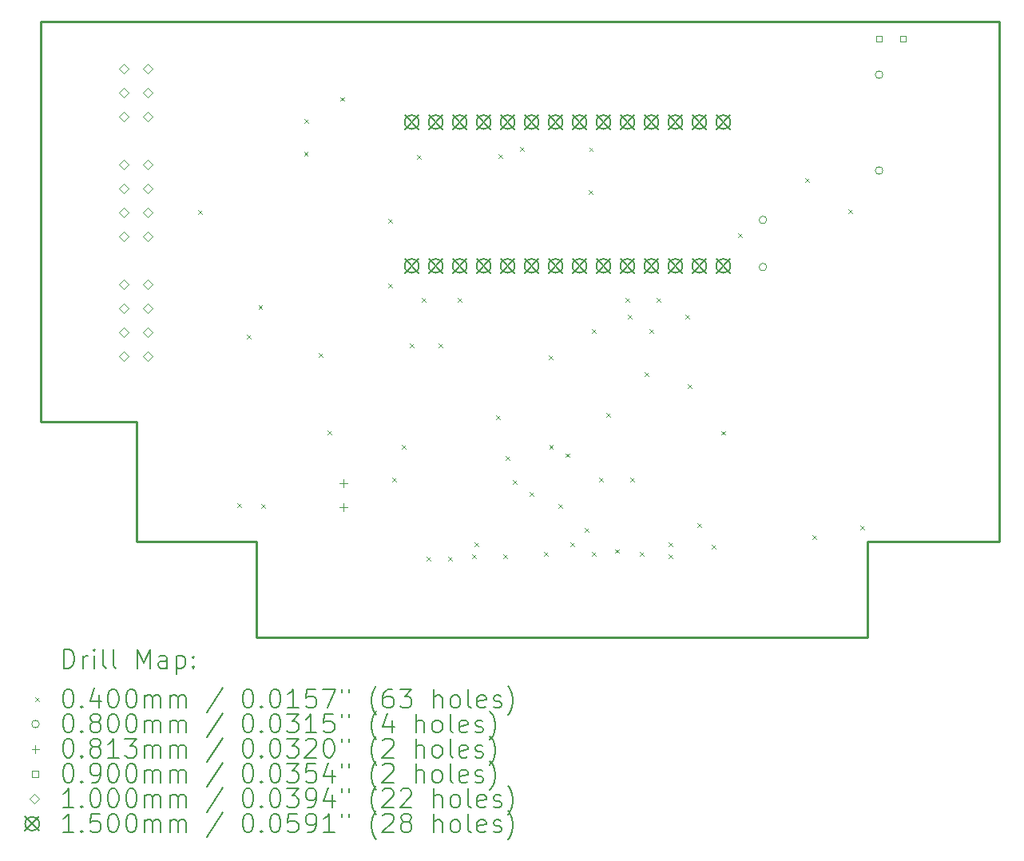
<source format=gbr>
%TF.GenerationSoftware,KiCad,Pcbnew,8.0.2-1.fc38*%
%TF.CreationDate,2024-06-21T20:30:13+02:00*%
%TF.ProjectId,msx_eprom_cartridge_3.1,6d73785f-6570-4726-9f6d-5f6361727472,rev?*%
%TF.SameCoordinates,Original*%
%TF.FileFunction,Drillmap*%
%TF.FilePolarity,Positive*%
%FSLAX45Y45*%
G04 Gerber Fmt 4.5, Leading zero omitted, Abs format (unit mm)*
G04 Created by KiCad (PCBNEW 8.0.2-1.fc38) date 2024-06-21 20:30:13*
%MOMM*%
%LPD*%
G01*
G04 APERTURE LIST*
%ADD10C,0.254000*%
%ADD11C,0.200000*%
%ADD12C,0.100000*%
%ADD13C,0.150000*%
G04 APERTURE END LIST*
D10*
X10160000Y-10414000D02*
X10160000Y-6165500D01*
X10160500Y-6165500D02*
X20319500Y-6165500D01*
X11176000Y-10414000D02*
X10160000Y-10414000D01*
X11176000Y-11684000D02*
X11176000Y-10414000D01*
X12446000Y-11684000D02*
X11176000Y-11684000D01*
X12446000Y-12700000D02*
X12446000Y-11684000D01*
X18923000Y-11684000D02*
X18923000Y-12700000D01*
X18923000Y-12700000D02*
X12446000Y-12700000D01*
X20320000Y-6165500D02*
X20320000Y-11684000D01*
X20320000Y-11684000D02*
X18923000Y-11684000D01*
D11*
D12*
X11835000Y-8170500D02*
X11875000Y-8210500D01*
X11875000Y-8170500D02*
X11835000Y-8210500D01*
X12244000Y-11275000D02*
X12284000Y-11315000D01*
X12284000Y-11275000D02*
X12244000Y-11315000D01*
X12349000Y-9489000D02*
X12389000Y-9529000D01*
X12389000Y-9489000D02*
X12349000Y-9529000D01*
X12471000Y-9179000D02*
X12511000Y-9219000D01*
X12511000Y-9179000D02*
X12471000Y-9219000D01*
X12502200Y-11283000D02*
X12542200Y-11323000D01*
X12542200Y-11283000D02*
X12502200Y-11323000D01*
X12955000Y-7548000D02*
X12995000Y-7588000D01*
X12995000Y-7548000D02*
X12955000Y-7588000D01*
X12956860Y-7206300D02*
X12996860Y-7246300D01*
X12996860Y-7206300D02*
X12956860Y-7246300D01*
X13111800Y-9682800D02*
X13151800Y-9722800D01*
X13151800Y-9682800D02*
X13111800Y-9722800D01*
X13201000Y-10506000D02*
X13241000Y-10546000D01*
X13241000Y-10506000D02*
X13201000Y-10546000D01*
X13337000Y-6971000D02*
X13377000Y-7011000D01*
X13377000Y-6971000D02*
X13337000Y-7011000D01*
X13848400Y-8260400D02*
X13888400Y-8300400D01*
X13888400Y-8260400D02*
X13848400Y-8300400D01*
X13848400Y-8946200D02*
X13888400Y-8986200D01*
X13888400Y-8946200D02*
X13848400Y-8986200D01*
X13886500Y-11003600D02*
X13926500Y-11043600D01*
X13926500Y-11003600D02*
X13886500Y-11043600D01*
X13988100Y-10655620D02*
X14028100Y-10695620D01*
X14028100Y-10655620D02*
X13988100Y-10695620D01*
X14077000Y-9581200D02*
X14117000Y-9621200D01*
X14117000Y-9581200D02*
X14077000Y-9621200D01*
X14153200Y-7587300D02*
X14193200Y-7627300D01*
X14193200Y-7587300D02*
X14153200Y-7627300D01*
X14204000Y-9098600D02*
X14244000Y-9138600D01*
X14244000Y-9098600D02*
X14204000Y-9138600D01*
X14254800Y-11841800D02*
X14294800Y-11881800D01*
X14294800Y-11841800D02*
X14254800Y-11881800D01*
X14381800Y-9581200D02*
X14421800Y-9621200D01*
X14421800Y-9581200D02*
X14381800Y-9621200D01*
X14483400Y-11841800D02*
X14523400Y-11881800D01*
X14523400Y-11841800D02*
X14483400Y-11881800D01*
X14584300Y-9098600D02*
X14624300Y-9138600D01*
X14624300Y-9098600D02*
X14584300Y-9138600D01*
X14737400Y-11816400D02*
X14777400Y-11856400D01*
X14777400Y-11816400D02*
X14737400Y-11856400D01*
X14762370Y-11688970D02*
X14802370Y-11728970D01*
X14802370Y-11688970D02*
X14762370Y-11728970D01*
X14991400Y-10343200D02*
X15031400Y-10383200D01*
X15031400Y-10343200D02*
X14991400Y-10383200D01*
X15016800Y-7574600D02*
X15056800Y-7614600D01*
X15056800Y-7574600D02*
X15016800Y-7614600D01*
X15067600Y-11816400D02*
X15107600Y-11856400D01*
X15107600Y-11816400D02*
X15067600Y-11856400D01*
X15093000Y-10775000D02*
X15133000Y-10815000D01*
X15133000Y-10775000D02*
X15093000Y-10815000D01*
X15169200Y-11029000D02*
X15209200Y-11069000D01*
X15209200Y-11029000D02*
X15169200Y-11069000D01*
X15245400Y-7498400D02*
X15285400Y-7538400D01*
X15285400Y-7498400D02*
X15245400Y-7538400D01*
X15347000Y-11156000D02*
X15387000Y-11196000D01*
X15387000Y-11156000D02*
X15347000Y-11196000D01*
X15499400Y-11791000D02*
X15539400Y-11831000D01*
X15539400Y-11791000D02*
X15499400Y-11831000D01*
X15550200Y-9708200D02*
X15590200Y-9748200D01*
X15590200Y-9708200D02*
X15550200Y-9748200D01*
X15552740Y-10660700D02*
X15592740Y-10700700D01*
X15592740Y-10660700D02*
X15552740Y-10700700D01*
X15651800Y-11283000D02*
X15691800Y-11323000D01*
X15691800Y-11283000D02*
X15651800Y-11323000D01*
X15728000Y-10747060D02*
X15768000Y-10787060D01*
X15768000Y-10747060D02*
X15728000Y-10787060D01*
X15778800Y-11689400D02*
X15818800Y-11729400D01*
X15818800Y-11689400D02*
X15778800Y-11729400D01*
X15931200Y-11537000D02*
X15971200Y-11577000D01*
X15971200Y-11537000D02*
X15931200Y-11577000D01*
X15969300Y-7955600D02*
X16009300Y-7995600D01*
X16009300Y-7955600D02*
X15969300Y-7995600D01*
X15977000Y-7503000D02*
X16017000Y-7543000D01*
X16017000Y-7503000D02*
X15977000Y-7543000D01*
X16007400Y-9428800D02*
X16047400Y-9468800D01*
X16047400Y-9428800D02*
X16007400Y-9468800D01*
X16007400Y-11791000D02*
X16047400Y-11831000D01*
X16047400Y-11791000D02*
X16007400Y-11831000D01*
X16083600Y-11003600D02*
X16123600Y-11043600D01*
X16123600Y-11003600D02*
X16083600Y-11043600D01*
X16159800Y-10317800D02*
X16199800Y-10357800D01*
X16199800Y-10317800D02*
X16159800Y-10357800D01*
X16253367Y-11761850D02*
X16293367Y-11801850D01*
X16293367Y-11761850D02*
X16253367Y-11801850D01*
X16363000Y-9098600D02*
X16403000Y-9138600D01*
X16403000Y-9098600D02*
X16363000Y-9138600D01*
X16388400Y-9276400D02*
X16428400Y-9316400D01*
X16428400Y-9276400D02*
X16388400Y-9316400D01*
X16412301Y-11003696D02*
X16452301Y-11043696D01*
X16452301Y-11003696D02*
X16412301Y-11043696D01*
X16515400Y-11791000D02*
X16555400Y-11831000D01*
X16555400Y-11791000D02*
X16515400Y-11831000D01*
X16566200Y-9886000D02*
X16606200Y-9926000D01*
X16606200Y-9886000D02*
X16566200Y-9926000D01*
X16617000Y-9428800D02*
X16657000Y-9468800D01*
X16657000Y-9428800D02*
X16617000Y-9468800D01*
X16693200Y-9098600D02*
X16733200Y-9138600D01*
X16733200Y-9098600D02*
X16693200Y-9138600D01*
X16820200Y-11689400D02*
X16860200Y-11729400D01*
X16860200Y-11689400D02*
X16820200Y-11729400D01*
X16820200Y-11816400D02*
X16860200Y-11856400D01*
X16860200Y-11816400D02*
X16820200Y-11856400D01*
X16998000Y-9276400D02*
X17038000Y-9316400D01*
X17038000Y-9276400D02*
X16998000Y-9316400D01*
X17023400Y-10013000D02*
X17063400Y-10053000D01*
X17063400Y-10013000D02*
X17023400Y-10053000D01*
X17125000Y-11486200D02*
X17165000Y-11526200D01*
X17165000Y-11486200D02*
X17125000Y-11526200D01*
X17277400Y-11714800D02*
X17317400Y-11754800D01*
X17317400Y-11714800D02*
X17277400Y-11754800D01*
X17380000Y-10510000D02*
X17420000Y-10550000D01*
X17420000Y-10510000D02*
X17380000Y-10550000D01*
X17556800Y-8412800D02*
X17596800Y-8452800D01*
X17596800Y-8412800D02*
X17556800Y-8452800D01*
X18268000Y-7828600D02*
X18308000Y-7868600D01*
X18308000Y-7828600D02*
X18268000Y-7868600D01*
X18344200Y-11613200D02*
X18384200Y-11653200D01*
X18384200Y-11613200D02*
X18344200Y-11653200D01*
X18725200Y-8158800D02*
X18765200Y-8198800D01*
X18765200Y-8158800D02*
X18725200Y-8198800D01*
X18852200Y-11511600D02*
X18892200Y-11551600D01*
X18892200Y-11511600D02*
X18852200Y-11551600D01*
X17858100Y-8272000D02*
G75*
G02*
X17778100Y-8272000I-40000J0D01*
G01*
X17778100Y-8272000D02*
G75*
G02*
X17858100Y-8272000I40000J0D01*
G01*
X17858100Y-8772000D02*
G75*
G02*
X17778100Y-8772000I-40000J0D01*
G01*
X17778100Y-8772000D02*
G75*
G02*
X17858100Y-8772000I40000J0D01*
G01*
X19090000Y-6733000D02*
G75*
G02*
X19010000Y-6733000I-40000J0D01*
G01*
X19010000Y-6733000D02*
G75*
G02*
X19090000Y-6733000I40000J0D01*
G01*
X19090000Y-7749000D02*
G75*
G02*
X19010000Y-7749000I-40000J0D01*
G01*
X19010000Y-7749000D02*
G75*
G02*
X19090000Y-7749000I40000J0D01*
G01*
X13373000Y-11020360D02*
X13373000Y-11101640D01*
X13332360Y-11061000D02*
X13413640Y-11061000D01*
X13373000Y-11274360D02*
X13373000Y-11355640D01*
X13332360Y-11315000D02*
X13413640Y-11315000D01*
X19081820Y-6381820D02*
X19081820Y-6318180D01*
X19018180Y-6318180D01*
X19018180Y-6381820D01*
X19081820Y-6381820D01*
X19335820Y-6381820D02*
X19335820Y-6318180D01*
X19272180Y-6318180D01*
X19272180Y-6381820D01*
X19335820Y-6381820D01*
X11042500Y-6716500D02*
X11092500Y-6666500D01*
X11042500Y-6616500D01*
X10992500Y-6666500D01*
X11042500Y-6716500D01*
X11042500Y-6970500D02*
X11092500Y-6920500D01*
X11042500Y-6870500D01*
X10992500Y-6920500D01*
X11042500Y-6970500D01*
X11042500Y-7224500D02*
X11092500Y-7174500D01*
X11042500Y-7124500D01*
X10992500Y-7174500D01*
X11042500Y-7224500D01*
X11042500Y-7732500D02*
X11092500Y-7682500D01*
X11042500Y-7632500D01*
X10992500Y-7682500D01*
X11042500Y-7732500D01*
X11042500Y-7986500D02*
X11092500Y-7936500D01*
X11042500Y-7886500D01*
X10992500Y-7936500D01*
X11042500Y-7986500D01*
X11042500Y-8240500D02*
X11092500Y-8190500D01*
X11042500Y-8140500D01*
X10992500Y-8190500D01*
X11042500Y-8240500D01*
X11042500Y-8494500D02*
X11092500Y-8444500D01*
X11042500Y-8394500D01*
X10992500Y-8444500D01*
X11042500Y-8494500D01*
X11042500Y-9002500D02*
X11092500Y-8952500D01*
X11042500Y-8902500D01*
X10992500Y-8952500D01*
X11042500Y-9002500D01*
X11042500Y-9256500D02*
X11092500Y-9206500D01*
X11042500Y-9156500D01*
X10992500Y-9206500D01*
X11042500Y-9256500D01*
X11042500Y-9510500D02*
X11092500Y-9460500D01*
X11042500Y-9410500D01*
X10992500Y-9460500D01*
X11042500Y-9510500D01*
X11042500Y-9764500D02*
X11092500Y-9714500D01*
X11042500Y-9664500D01*
X10992500Y-9714500D01*
X11042500Y-9764500D01*
X11296500Y-6716500D02*
X11346500Y-6666500D01*
X11296500Y-6616500D01*
X11246500Y-6666500D01*
X11296500Y-6716500D01*
X11296500Y-6970500D02*
X11346500Y-6920500D01*
X11296500Y-6870500D01*
X11246500Y-6920500D01*
X11296500Y-6970500D01*
X11296500Y-7224500D02*
X11346500Y-7174500D01*
X11296500Y-7124500D01*
X11246500Y-7174500D01*
X11296500Y-7224500D01*
X11296500Y-7732500D02*
X11346500Y-7682500D01*
X11296500Y-7632500D01*
X11246500Y-7682500D01*
X11296500Y-7732500D01*
X11296500Y-7986500D02*
X11346500Y-7936500D01*
X11296500Y-7886500D01*
X11246500Y-7936500D01*
X11296500Y-7986500D01*
X11296500Y-8240500D02*
X11346500Y-8190500D01*
X11296500Y-8140500D01*
X11246500Y-8190500D01*
X11296500Y-8240500D01*
X11296500Y-8494500D02*
X11346500Y-8444500D01*
X11296500Y-8394500D01*
X11246500Y-8444500D01*
X11296500Y-8494500D01*
X11296500Y-9002500D02*
X11346500Y-8952500D01*
X11296500Y-8902500D01*
X11246500Y-8952500D01*
X11296500Y-9002500D01*
X11296500Y-9256500D02*
X11346500Y-9206500D01*
X11296500Y-9156500D01*
X11246500Y-9206500D01*
X11296500Y-9256500D01*
X11296500Y-9510500D02*
X11346500Y-9460500D01*
X11296500Y-9410500D01*
X11246500Y-9460500D01*
X11296500Y-9510500D01*
X11296500Y-9764500D02*
X11346500Y-9714500D01*
X11296500Y-9664500D01*
X11246500Y-9714500D01*
X11296500Y-9764500D01*
D13*
X14021000Y-7160000D02*
X14171000Y-7310000D01*
X14171000Y-7160000D02*
X14021000Y-7310000D01*
X14171000Y-7235000D02*
G75*
G02*
X14021000Y-7235000I-75000J0D01*
G01*
X14021000Y-7235000D02*
G75*
G02*
X14171000Y-7235000I75000J0D01*
G01*
X14021000Y-8684000D02*
X14171000Y-8834000D01*
X14171000Y-8684000D02*
X14021000Y-8834000D01*
X14171000Y-8759000D02*
G75*
G02*
X14021000Y-8759000I-75000J0D01*
G01*
X14021000Y-8759000D02*
G75*
G02*
X14171000Y-8759000I75000J0D01*
G01*
X14275000Y-7160000D02*
X14425000Y-7310000D01*
X14425000Y-7160000D02*
X14275000Y-7310000D01*
X14425000Y-7235000D02*
G75*
G02*
X14275000Y-7235000I-75000J0D01*
G01*
X14275000Y-7235000D02*
G75*
G02*
X14425000Y-7235000I75000J0D01*
G01*
X14275000Y-8684000D02*
X14425000Y-8834000D01*
X14425000Y-8684000D02*
X14275000Y-8834000D01*
X14425000Y-8759000D02*
G75*
G02*
X14275000Y-8759000I-75000J0D01*
G01*
X14275000Y-8759000D02*
G75*
G02*
X14425000Y-8759000I75000J0D01*
G01*
X14529000Y-7160000D02*
X14679000Y-7310000D01*
X14679000Y-7160000D02*
X14529000Y-7310000D01*
X14679000Y-7235000D02*
G75*
G02*
X14529000Y-7235000I-75000J0D01*
G01*
X14529000Y-7235000D02*
G75*
G02*
X14679000Y-7235000I75000J0D01*
G01*
X14529000Y-8684000D02*
X14679000Y-8834000D01*
X14679000Y-8684000D02*
X14529000Y-8834000D01*
X14679000Y-8759000D02*
G75*
G02*
X14529000Y-8759000I-75000J0D01*
G01*
X14529000Y-8759000D02*
G75*
G02*
X14679000Y-8759000I75000J0D01*
G01*
X14783000Y-7160000D02*
X14933000Y-7310000D01*
X14933000Y-7160000D02*
X14783000Y-7310000D01*
X14933000Y-7235000D02*
G75*
G02*
X14783000Y-7235000I-75000J0D01*
G01*
X14783000Y-7235000D02*
G75*
G02*
X14933000Y-7235000I75000J0D01*
G01*
X14783000Y-8684000D02*
X14933000Y-8834000D01*
X14933000Y-8684000D02*
X14783000Y-8834000D01*
X14933000Y-8759000D02*
G75*
G02*
X14783000Y-8759000I-75000J0D01*
G01*
X14783000Y-8759000D02*
G75*
G02*
X14933000Y-8759000I75000J0D01*
G01*
X15037000Y-7160000D02*
X15187000Y-7310000D01*
X15187000Y-7160000D02*
X15037000Y-7310000D01*
X15187000Y-7235000D02*
G75*
G02*
X15037000Y-7235000I-75000J0D01*
G01*
X15037000Y-7235000D02*
G75*
G02*
X15187000Y-7235000I75000J0D01*
G01*
X15037000Y-8684000D02*
X15187000Y-8834000D01*
X15187000Y-8684000D02*
X15037000Y-8834000D01*
X15187000Y-8759000D02*
G75*
G02*
X15037000Y-8759000I-75000J0D01*
G01*
X15037000Y-8759000D02*
G75*
G02*
X15187000Y-8759000I75000J0D01*
G01*
X15291000Y-7160000D02*
X15441000Y-7310000D01*
X15441000Y-7160000D02*
X15291000Y-7310000D01*
X15441000Y-7235000D02*
G75*
G02*
X15291000Y-7235000I-75000J0D01*
G01*
X15291000Y-7235000D02*
G75*
G02*
X15441000Y-7235000I75000J0D01*
G01*
X15291000Y-8684000D02*
X15441000Y-8834000D01*
X15441000Y-8684000D02*
X15291000Y-8834000D01*
X15441000Y-8759000D02*
G75*
G02*
X15291000Y-8759000I-75000J0D01*
G01*
X15291000Y-8759000D02*
G75*
G02*
X15441000Y-8759000I75000J0D01*
G01*
X15545000Y-7160000D02*
X15695000Y-7310000D01*
X15695000Y-7160000D02*
X15545000Y-7310000D01*
X15695000Y-7235000D02*
G75*
G02*
X15545000Y-7235000I-75000J0D01*
G01*
X15545000Y-7235000D02*
G75*
G02*
X15695000Y-7235000I75000J0D01*
G01*
X15545000Y-8684000D02*
X15695000Y-8834000D01*
X15695000Y-8684000D02*
X15545000Y-8834000D01*
X15695000Y-8759000D02*
G75*
G02*
X15545000Y-8759000I-75000J0D01*
G01*
X15545000Y-8759000D02*
G75*
G02*
X15695000Y-8759000I75000J0D01*
G01*
X15799000Y-7160000D02*
X15949000Y-7310000D01*
X15949000Y-7160000D02*
X15799000Y-7310000D01*
X15949000Y-7235000D02*
G75*
G02*
X15799000Y-7235000I-75000J0D01*
G01*
X15799000Y-7235000D02*
G75*
G02*
X15949000Y-7235000I75000J0D01*
G01*
X15799000Y-8684000D02*
X15949000Y-8834000D01*
X15949000Y-8684000D02*
X15799000Y-8834000D01*
X15949000Y-8759000D02*
G75*
G02*
X15799000Y-8759000I-75000J0D01*
G01*
X15799000Y-8759000D02*
G75*
G02*
X15949000Y-8759000I75000J0D01*
G01*
X16053000Y-7160000D02*
X16203000Y-7310000D01*
X16203000Y-7160000D02*
X16053000Y-7310000D01*
X16203000Y-7235000D02*
G75*
G02*
X16053000Y-7235000I-75000J0D01*
G01*
X16053000Y-7235000D02*
G75*
G02*
X16203000Y-7235000I75000J0D01*
G01*
X16053000Y-8684000D02*
X16203000Y-8834000D01*
X16203000Y-8684000D02*
X16053000Y-8834000D01*
X16203000Y-8759000D02*
G75*
G02*
X16053000Y-8759000I-75000J0D01*
G01*
X16053000Y-8759000D02*
G75*
G02*
X16203000Y-8759000I75000J0D01*
G01*
X16307000Y-7160000D02*
X16457000Y-7310000D01*
X16457000Y-7160000D02*
X16307000Y-7310000D01*
X16457000Y-7235000D02*
G75*
G02*
X16307000Y-7235000I-75000J0D01*
G01*
X16307000Y-7235000D02*
G75*
G02*
X16457000Y-7235000I75000J0D01*
G01*
X16307000Y-8684000D02*
X16457000Y-8834000D01*
X16457000Y-8684000D02*
X16307000Y-8834000D01*
X16457000Y-8759000D02*
G75*
G02*
X16307000Y-8759000I-75000J0D01*
G01*
X16307000Y-8759000D02*
G75*
G02*
X16457000Y-8759000I75000J0D01*
G01*
X16561000Y-7160000D02*
X16711000Y-7310000D01*
X16711000Y-7160000D02*
X16561000Y-7310000D01*
X16711000Y-7235000D02*
G75*
G02*
X16561000Y-7235000I-75000J0D01*
G01*
X16561000Y-7235000D02*
G75*
G02*
X16711000Y-7235000I75000J0D01*
G01*
X16561000Y-8684000D02*
X16711000Y-8834000D01*
X16711000Y-8684000D02*
X16561000Y-8834000D01*
X16711000Y-8759000D02*
G75*
G02*
X16561000Y-8759000I-75000J0D01*
G01*
X16561000Y-8759000D02*
G75*
G02*
X16711000Y-8759000I75000J0D01*
G01*
X16815000Y-7160000D02*
X16965000Y-7310000D01*
X16965000Y-7160000D02*
X16815000Y-7310000D01*
X16965000Y-7235000D02*
G75*
G02*
X16815000Y-7235000I-75000J0D01*
G01*
X16815000Y-7235000D02*
G75*
G02*
X16965000Y-7235000I75000J0D01*
G01*
X16815000Y-8684000D02*
X16965000Y-8834000D01*
X16965000Y-8684000D02*
X16815000Y-8834000D01*
X16965000Y-8759000D02*
G75*
G02*
X16815000Y-8759000I-75000J0D01*
G01*
X16815000Y-8759000D02*
G75*
G02*
X16965000Y-8759000I75000J0D01*
G01*
X17069000Y-7160000D02*
X17219000Y-7310000D01*
X17219000Y-7160000D02*
X17069000Y-7310000D01*
X17219000Y-7235000D02*
G75*
G02*
X17069000Y-7235000I-75000J0D01*
G01*
X17069000Y-7235000D02*
G75*
G02*
X17219000Y-7235000I75000J0D01*
G01*
X17069000Y-8684000D02*
X17219000Y-8834000D01*
X17219000Y-8684000D02*
X17069000Y-8834000D01*
X17219000Y-8759000D02*
G75*
G02*
X17069000Y-8759000I-75000J0D01*
G01*
X17069000Y-8759000D02*
G75*
G02*
X17219000Y-8759000I75000J0D01*
G01*
X17323000Y-7160000D02*
X17473000Y-7310000D01*
X17473000Y-7160000D02*
X17323000Y-7310000D01*
X17473000Y-7235000D02*
G75*
G02*
X17323000Y-7235000I-75000J0D01*
G01*
X17323000Y-7235000D02*
G75*
G02*
X17473000Y-7235000I75000J0D01*
G01*
X17323000Y-8684000D02*
X17473000Y-8834000D01*
X17473000Y-8684000D02*
X17323000Y-8834000D01*
X17473000Y-8759000D02*
G75*
G02*
X17323000Y-8759000I-75000J0D01*
G01*
X17323000Y-8759000D02*
G75*
G02*
X17473000Y-8759000I75000J0D01*
G01*
D11*
X10408077Y-13024184D02*
X10408077Y-12824184D01*
X10408077Y-12824184D02*
X10455696Y-12824184D01*
X10455696Y-12824184D02*
X10484267Y-12833708D01*
X10484267Y-12833708D02*
X10503315Y-12852755D01*
X10503315Y-12852755D02*
X10512839Y-12871803D01*
X10512839Y-12871803D02*
X10522363Y-12909898D01*
X10522363Y-12909898D02*
X10522363Y-12938469D01*
X10522363Y-12938469D02*
X10512839Y-12976565D01*
X10512839Y-12976565D02*
X10503315Y-12995612D01*
X10503315Y-12995612D02*
X10484267Y-13014660D01*
X10484267Y-13014660D02*
X10455696Y-13024184D01*
X10455696Y-13024184D02*
X10408077Y-13024184D01*
X10608077Y-13024184D02*
X10608077Y-12890850D01*
X10608077Y-12928946D02*
X10617601Y-12909898D01*
X10617601Y-12909898D02*
X10627124Y-12900374D01*
X10627124Y-12900374D02*
X10646172Y-12890850D01*
X10646172Y-12890850D02*
X10665220Y-12890850D01*
X10731886Y-13024184D02*
X10731886Y-12890850D01*
X10731886Y-12824184D02*
X10722363Y-12833708D01*
X10722363Y-12833708D02*
X10731886Y-12843231D01*
X10731886Y-12843231D02*
X10741410Y-12833708D01*
X10741410Y-12833708D02*
X10731886Y-12824184D01*
X10731886Y-12824184D02*
X10731886Y-12843231D01*
X10855696Y-13024184D02*
X10836648Y-13014660D01*
X10836648Y-13014660D02*
X10827124Y-12995612D01*
X10827124Y-12995612D02*
X10827124Y-12824184D01*
X10960458Y-13024184D02*
X10941410Y-13014660D01*
X10941410Y-13014660D02*
X10931886Y-12995612D01*
X10931886Y-12995612D02*
X10931886Y-12824184D01*
X11189029Y-13024184D02*
X11189029Y-12824184D01*
X11189029Y-12824184D02*
X11255696Y-12967041D01*
X11255696Y-12967041D02*
X11322362Y-12824184D01*
X11322362Y-12824184D02*
X11322362Y-13024184D01*
X11503315Y-13024184D02*
X11503315Y-12919422D01*
X11503315Y-12919422D02*
X11493791Y-12900374D01*
X11493791Y-12900374D02*
X11474743Y-12890850D01*
X11474743Y-12890850D02*
X11436648Y-12890850D01*
X11436648Y-12890850D02*
X11417601Y-12900374D01*
X11503315Y-13014660D02*
X11484267Y-13024184D01*
X11484267Y-13024184D02*
X11436648Y-13024184D01*
X11436648Y-13024184D02*
X11417601Y-13014660D01*
X11417601Y-13014660D02*
X11408077Y-12995612D01*
X11408077Y-12995612D02*
X11408077Y-12976565D01*
X11408077Y-12976565D02*
X11417601Y-12957517D01*
X11417601Y-12957517D02*
X11436648Y-12947993D01*
X11436648Y-12947993D02*
X11484267Y-12947993D01*
X11484267Y-12947993D02*
X11503315Y-12938469D01*
X11598553Y-12890850D02*
X11598553Y-13090850D01*
X11598553Y-12900374D02*
X11617601Y-12890850D01*
X11617601Y-12890850D02*
X11655696Y-12890850D01*
X11655696Y-12890850D02*
X11674743Y-12900374D01*
X11674743Y-12900374D02*
X11684267Y-12909898D01*
X11684267Y-12909898D02*
X11693791Y-12928946D01*
X11693791Y-12928946D02*
X11693791Y-12986088D01*
X11693791Y-12986088D02*
X11684267Y-13005136D01*
X11684267Y-13005136D02*
X11674743Y-13014660D01*
X11674743Y-13014660D02*
X11655696Y-13024184D01*
X11655696Y-13024184D02*
X11617601Y-13024184D01*
X11617601Y-13024184D02*
X11598553Y-13014660D01*
X11779505Y-13005136D02*
X11789029Y-13014660D01*
X11789029Y-13014660D02*
X11779505Y-13024184D01*
X11779505Y-13024184D02*
X11769982Y-13014660D01*
X11769982Y-13014660D02*
X11779505Y-13005136D01*
X11779505Y-13005136D02*
X11779505Y-13024184D01*
X11779505Y-12900374D02*
X11789029Y-12909898D01*
X11789029Y-12909898D02*
X11779505Y-12919422D01*
X11779505Y-12919422D02*
X11769982Y-12909898D01*
X11769982Y-12909898D02*
X11779505Y-12900374D01*
X11779505Y-12900374D02*
X11779505Y-12919422D01*
D12*
X10107300Y-13332700D02*
X10147300Y-13372700D01*
X10147300Y-13332700D02*
X10107300Y-13372700D01*
D11*
X10446172Y-13244184D02*
X10465220Y-13244184D01*
X10465220Y-13244184D02*
X10484267Y-13253708D01*
X10484267Y-13253708D02*
X10493791Y-13263231D01*
X10493791Y-13263231D02*
X10503315Y-13282279D01*
X10503315Y-13282279D02*
X10512839Y-13320374D01*
X10512839Y-13320374D02*
X10512839Y-13367993D01*
X10512839Y-13367993D02*
X10503315Y-13406088D01*
X10503315Y-13406088D02*
X10493791Y-13425136D01*
X10493791Y-13425136D02*
X10484267Y-13434660D01*
X10484267Y-13434660D02*
X10465220Y-13444184D01*
X10465220Y-13444184D02*
X10446172Y-13444184D01*
X10446172Y-13444184D02*
X10427124Y-13434660D01*
X10427124Y-13434660D02*
X10417601Y-13425136D01*
X10417601Y-13425136D02*
X10408077Y-13406088D01*
X10408077Y-13406088D02*
X10398553Y-13367993D01*
X10398553Y-13367993D02*
X10398553Y-13320374D01*
X10398553Y-13320374D02*
X10408077Y-13282279D01*
X10408077Y-13282279D02*
X10417601Y-13263231D01*
X10417601Y-13263231D02*
X10427124Y-13253708D01*
X10427124Y-13253708D02*
X10446172Y-13244184D01*
X10598553Y-13425136D02*
X10608077Y-13434660D01*
X10608077Y-13434660D02*
X10598553Y-13444184D01*
X10598553Y-13444184D02*
X10589029Y-13434660D01*
X10589029Y-13434660D02*
X10598553Y-13425136D01*
X10598553Y-13425136D02*
X10598553Y-13444184D01*
X10779505Y-13310850D02*
X10779505Y-13444184D01*
X10731886Y-13234660D02*
X10684267Y-13377517D01*
X10684267Y-13377517D02*
X10808077Y-13377517D01*
X10922363Y-13244184D02*
X10941410Y-13244184D01*
X10941410Y-13244184D02*
X10960458Y-13253708D01*
X10960458Y-13253708D02*
X10969982Y-13263231D01*
X10969982Y-13263231D02*
X10979505Y-13282279D01*
X10979505Y-13282279D02*
X10989029Y-13320374D01*
X10989029Y-13320374D02*
X10989029Y-13367993D01*
X10989029Y-13367993D02*
X10979505Y-13406088D01*
X10979505Y-13406088D02*
X10969982Y-13425136D01*
X10969982Y-13425136D02*
X10960458Y-13434660D01*
X10960458Y-13434660D02*
X10941410Y-13444184D01*
X10941410Y-13444184D02*
X10922363Y-13444184D01*
X10922363Y-13444184D02*
X10903315Y-13434660D01*
X10903315Y-13434660D02*
X10893791Y-13425136D01*
X10893791Y-13425136D02*
X10884267Y-13406088D01*
X10884267Y-13406088D02*
X10874744Y-13367993D01*
X10874744Y-13367993D02*
X10874744Y-13320374D01*
X10874744Y-13320374D02*
X10884267Y-13282279D01*
X10884267Y-13282279D02*
X10893791Y-13263231D01*
X10893791Y-13263231D02*
X10903315Y-13253708D01*
X10903315Y-13253708D02*
X10922363Y-13244184D01*
X11112839Y-13244184D02*
X11131886Y-13244184D01*
X11131886Y-13244184D02*
X11150934Y-13253708D01*
X11150934Y-13253708D02*
X11160458Y-13263231D01*
X11160458Y-13263231D02*
X11169982Y-13282279D01*
X11169982Y-13282279D02*
X11179505Y-13320374D01*
X11179505Y-13320374D02*
X11179505Y-13367993D01*
X11179505Y-13367993D02*
X11169982Y-13406088D01*
X11169982Y-13406088D02*
X11160458Y-13425136D01*
X11160458Y-13425136D02*
X11150934Y-13434660D01*
X11150934Y-13434660D02*
X11131886Y-13444184D01*
X11131886Y-13444184D02*
X11112839Y-13444184D01*
X11112839Y-13444184D02*
X11093791Y-13434660D01*
X11093791Y-13434660D02*
X11084267Y-13425136D01*
X11084267Y-13425136D02*
X11074744Y-13406088D01*
X11074744Y-13406088D02*
X11065220Y-13367993D01*
X11065220Y-13367993D02*
X11065220Y-13320374D01*
X11065220Y-13320374D02*
X11074744Y-13282279D01*
X11074744Y-13282279D02*
X11084267Y-13263231D01*
X11084267Y-13263231D02*
X11093791Y-13253708D01*
X11093791Y-13253708D02*
X11112839Y-13244184D01*
X11265220Y-13444184D02*
X11265220Y-13310850D01*
X11265220Y-13329898D02*
X11274743Y-13320374D01*
X11274743Y-13320374D02*
X11293791Y-13310850D01*
X11293791Y-13310850D02*
X11322363Y-13310850D01*
X11322363Y-13310850D02*
X11341410Y-13320374D01*
X11341410Y-13320374D02*
X11350934Y-13339422D01*
X11350934Y-13339422D02*
X11350934Y-13444184D01*
X11350934Y-13339422D02*
X11360458Y-13320374D01*
X11360458Y-13320374D02*
X11379505Y-13310850D01*
X11379505Y-13310850D02*
X11408077Y-13310850D01*
X11408077Y-13310850D02*
X11427124Y-13320374D01*
X11427124Y-13320374D02*
X11436648Y-13339422D01*
X11436648Y-13339422D02*
X11436648Y-13444184D01*
X11531886Y-13444184D02*
X11531886Y-13310850D01*
X11531886Y-13329898D02*
X11541410Y-13320374D01*
X11541410Y-13320374D02*
X11560458Y-13310850D01*
X11560458Y-13310850D02*
X11589029Y-13310850D01*
X11589029Y-13310850D02*
X11608077Y-13320374D01*
X11608077Y-13320374D02*
X11617601Y-13339422D01*
X11617601Y-13339422D02*
X11617601Y-13444184D01*
X11617601Y-13339422D02*
X11627124Y-13320374D01*
X11627124Y-13320374D02*
X11646172Y-13310850D01*
X11646172Y-13310850D02*
X11674743Y-13310850D01*
X11674743Y-13310850D02*
X11693791Y-13320374D01*
X11693791Y-13320374D02*
X11703315Y-13339422D01*
X11703315Y-13339422D02*
X11703315Y-13444184D01*
X12093791Y-13234660D02*
X11922363Y-13491803D01*
X12350934Y-13244184D02*
X12369982Y-13244184D01*
X12369982Y-13244184D02*
X12389029Y-13253708D01*
X12389029Y-13253708D02*
X12398553Y-13263231D01*
X12398553Y-13263231D02*
X12408077Y-13282279D01*
X12408077Y-13282279D02*
X12417601Y-13320374D01*
X12417601Y-13320374D02*
X12417601Y-13367993D01*
X12417601Y-13367993D02*
X12408077Y-13406088D01*
X12408077Y-13406088D02*
X12398553Y-13425136D01*
X12398553Y-13425136D02*
X12389029Y-13434660D01*
X12389029Y-13434660D02*
X12369982Y-13444184D01*
X12369982Y-13444184D02*
X12350934Y-13444184D01*
X12350934Y-13444184D02*
X12331886Y-13434660D01*
X12331886Y-13434660D02*
X12322363Y-13425136D01*
X12322363Y-13425136D02*
X12312839Y-13406088D01*
X12312839Y-13406088D02*
X12303315Y-13367993D01*
X12303315Y-13367993D02*
X12303315Y-13320374D01*
X12303315Y-13320374D02*
X12312839Y-13282279D01*
X12312839Y-13282279D02*
X12322363Y-13263231D01*
X12322363Y-13263231D02*
X12331886Y-13253708D01*
X12331886Y-13253708D02*
X12350934Y-13244184D01*
X12503315Y-13425136D02*
X12512839Y-13434660D01*
X12512839Y-13434660D02*
X12503315Y-13444184D01*
X12503315Y-13444184D02*
X12493791Y-13434660D01*
X12493791Y-13434660D02*
X12503315Y-13425136D01*
X12503315Y-13425136D02*
X12503315Y-13444184D01*
X12636648Y-13244184D02*
X12655696Y-13244184D01*
X12655696Y-13244184D02*
X12674744Y-13253708D01*
X12674744Y-13253708D02*
X12684267Y-13263231D01*
X12684267Y-13263231D02*
X12693791Y-13282279D01*
X12693791Y-13282279D02*
X12703315Y-13320374D01*
X12703315Y-13320374D02*
X12703315Y-13367993D01*
X12703315Y-13367993D02*
X12693791Y-13406088D01*
X12693791Y-13406088D02*
X12684267Y-13425136D01*
X12684267Y-13425136D02*
X12674744Y-13434660D01*
X12674744Y-13434660D02*
X12655696Y-13444184D01*
X12655696Y-13444184D02*
X12636648Y-13444184D01*
X12636648Y-13444184D02*
X12617601Y-13434660D01*
X12617601Y-13434660D02*
X12608077Y-13425136D01*
X12608077Y-13425136D02*
X12598553Y-13406088D01*
X12598553Y-13406088D02*
X12589029Y-13367993D01*
X12589029Y-13367993D02*
X12589029Y-13320374D01*
X12589029Y-13320374D02*
X12598553Y-13282279D01*
X12598553Y-13282279D02*
X12608077Y-13263231D01*
X12608077Y-13263231D02*
X12617601Y-13253708D01*
X12617601Y-13253708D02*
X12636648Y-13244184D01*
X12893791Y-13444184D02*
X12779506Y-13444184D01*
X12836648Y-13444184D02*
X12836648Y-13244184D01*
X12836648Y-13244184D02*
X12817601Y-13272755D01*
X12817601Y-13272755D02*
X12798553Y-13291803D01*
X12798553Y-13291803D02*
X12779506Y-13301327D01*
X13074744Y-13244184D02*
X12979506Y-13244184D01*
X12979506Y-13244184D02*
X12969982Y-13339422D01*
X12969982Y-13339422D02*
X12979506Y-13329898D01*
X12979506Y-13329898D02*
X12998553Y-13320374D01*
X12998553Y-13320374D02*
X13046172Y-13320374D01*
X13046172Y-13320374D02*
X13065220Y-13329898D01*
X13065220Y-13329898D02*
X13074744Y-13339422D01*
X13074744Y-13339422D02*
X13084267Y-13358469D01*
X13084267Y-13358469D02*
X13084267Y-13406088D01*
X13084267Y-13406088D02*
X13074744Y-13425136D01*
X13074744Y-13425136D02*
X13065220Y-13434660D01*
X13065220Y-13434660D02*
X13046172Y-13444184D01*
X13046172Y-13444184D02*
X12998553Y-13444184D01*
X12998553Y-13444184D02*
X12979506Y-13434660D01*
X12979506Y-13434660D02*
X12969982Y-13425136D01*
X13150934Y-13244184D02*
X13284267Y-13244184D01*
X13284267Y-13244184D02*
X13198553Y-13444184D01*
X13350934Y-13244184D02*
X13350934Y-13282279D01*
X13427125Y-13244184D02*
X13427125Y-13282279D01*
X13722363Y-13520374D02*
X13712839Y-13510850D01*
X13712839Y-13510850D02*
X13693791Y-13482279D01*
X13693791Y-13482279D02*
X13684268Y-13463231D01*
X13684268Y-13463231D02*
X13674744Y-13434660D01*
X13674744Y-13434660D02*
X13665220Y-13387041D01*
X13665220Y-13387041D02*
X13665220Y-13348946D01*
X13665220Y-13348946D02*
X13674744Y-13301327D01*
X13674744Y-13301327D02*
X13684268Y-13272755D01*
X13684268Y-13272755D02*
X13693791Y-13253708D01*
X13693791Y-13253708D02*
X13712839Y-13225136D01*
X13712839Y-13225136D02*
X13722363Y-13215612D01*
X13884268Y-13244184D02*
X13846172Y-13244184D01*
X13846172Y-13244184D02*
X13827125Y-13253708D01*
X13827125Y-13253708D02*
X13817601Y-13263231D01*
X13817601Y-13263231D02*
X13798553Y-13291803D01*
X13798553Y-13291803D02*
X13789029Y-13329898D01*
X13789029Y-13329898D02*
X13789029Y-13406088D01*
X13789029Y-13406088D02*
X13798553Y-13425136D01*
X13798553Y-13425136D02*
X13808077Y-13434660D01*
X13808077Y-13434660D02*
X13827125Y-13444184D01*
X13827125Y-13444184D02*
X13865220Y-13444184D01*
X13865220Y-13444184D02*
X13884268Y-13434660D01*
X13884268Y-13434660D02*
X13893791Y-13425136D01*
X13893791Y-13425136D02*
X13903315Y-13406088D01*
X13903315Y-13406088D02*
X13903315Y-13358469D01*
X13903315Y-13358469D02*
X13893791Y-13339422D01*
X13893791Y-13339422D02*
X13884268Y-13329898D01*
X13884268Y-13329898D02*
X13865220Y-13320374D01*
X13865220Y-13320374D02*
X13827125Y-13320374D01*
X13827125Y-13320374D02*
X13808077Y-13329898D01*
X13808077Y-13329898D02*
X13798553Y-13339422D01*
X13798553Y-13339422D02*
X13789029Y-13358469D01*
X13969982Y-13244184D02*
X14093791Y-13244184D01*
X14093791Y-13244184D02*
X14027125Y-13320374D01*
X14027125Y-13320374D02*
X14055696Y-13320374D01*
X14055696Y-13320374D02*
X14074744Y-13329898D01*
X14074744Y-13329898D02*
X14084268Y-13339422D01*
X14084268Y-13339422D02*
X14093791Y-13358469D01*
X14093791Y-13358469D02*
X14093791Y-13406088D01*
X14093791Y-13406088D02*
X14084268Y-13425136D01*
X14084268Y-13425136D02*
X14074744Y-13434660D01*
X14074744Y-13434660D02*
X14055696Y-13444184D01*
X14055696Y-13444184D02*
X13998553Y-13444184D01*
X13998553Y-13444184D02*
X13979506Y-13434660D01*
X13979506Y-13434660D02*
X13969982Y-13425136D01*
X14331887Y-13444184D02*
X14331887Y-13244184D01*
X14417601Y-13444184D02*
X14417601Y-13339422D01*
X14417601Y-13339422D02*
X14408077Y-13320374D01*
X14408077Y-13320374D02*
X14389030Y-13310850D01*
X14389030Y-13310850D02*
X14360458Y-13310850D01*
X14360458Y-13310850D02*
X14341410Y-13320374D01*
X14341410Y-13320374D02*
X14331887Y-13329898D01*
X14541410Y-13444184D02*
X14522363Y-13434660D01*
X14522363Y-13434660D02*
X14512839Y-13425136D01*
X14512839Y-13425136D02*
X14503315Y-13406088D01*
X14503315Y-13406088D02*
X14503315Y-13348946D01*
X14503315Y-13348946D02*
X14512839Y-13329898D01*
X14512839Y-13329898D02*
X14522363Y-13320374D01*
X14522363Y-13320374D02*
X14541410Y-13310850D01*
X14541410Y-13310850D02*
X14569982Y-13310850D01*
X14569982Y-13310850D02*
X14589030Y-13320374D01*
X14589030Y-13320374D02*
X14598553Y-13329898D01*
X14598553Y-13329898D02*
X14608077Y-13348946D01*
X14608077Y-13348946D02*
X14608077Y-13406088D01*
X14608077Y-13406088D02*
X14598553Y-13425136D01*
X14598553Y-13425136D02*
X14589030Y-13434660D01*
X14589030Y-13434660D02*
X14569982Y-13444184D01*
X14569982Y-13444184D02*
X14541410Y-13444184D01*
X14722363Y-13444184D02*
X14703315Y-13434660D01*
X14703315Y-13434660D02*
X14693791Y-13415612D01*
X14693791Y-13415612D02*
X14693791Y-13244184D01*
X14874744Y-13434660D02*
X14855696Y-13444184D01*
X14855696Y-13444184D02*
X14817601Y-13444184D01*
X14817601Y-13444184D02*
X14798553Y-13434660D01*
X14798553Y-13434660D02*
X14789030Y-13415612D01*
X14789030Y-13415612D02*
X14789030Y-13339422D01*
X14789030Y-13339422D02*
X14798553Y-13320374D01*
X14798553Y-13320374D02*
X14817601Y-13310850D01*
X14817601Y-13310850D02*
X14855696Y-13310850D01*
X14855696Y-13310850D02*
X14874744Y-13320374D01*
X14874744Y-13320374D02*
X14884268Y-13339422D01*
X14884268Y-13339422D02*
X14884268Y-13358469D01*
X14884268Y-13358469D02*
X14789030Y-13377517D01*
X14960458Y-13434660D02*
X14979506Y-13444184D01*
X14979506Y-13444184D02*
X15017601Y-13444184D01*
X15017601Y-13444184D02*
X15036649Y-13434660D01*
X15036649Y-13434660D02*
X15046172Y-13415612D01*
X15046172Y-13415612D02*
X15046172Y-13406088D01*
X15046172Y-13406088D02*
X15036649Y-13387041D01*
X15036649Y-13387041D02*
X15017601Y-13377517D01*
X15017601Y-13377517D02*
X14989030Y-13377517D01*
X14989030Y-13377517D02*
X14969982Y-13367993D01*
X14969982Y-13367993D02*
X14960458Y-13348946D01*
X14960458Y-13348946D02*
X14960458Y-13339422D01*
X14960458Y-13339422D02*
X14969982Y-13320374D01*
X14969982Y-13320374D02*
X14989030Y-13310850D01*
X14989030Y-13310850D02*
X15017601Y-13310850D01*
X15017601Y-13310850D02*
X15036649Y-13320374D01*
X15112839Y-13520374D02*
X15122363Y-13510850D01*
X15122363Y-13510850D02*
X15141411Y-13482279D01*
X15141411Y-13482279D02*
X15150934Y-13463231D01*
X15150934Y-13463231D02*
X15160458Y-13434660D01*
X15160458Y-13434660D02*
X15169982Y-13387041D01*
X15169982Y-13387041D02*
X15169982Y-13348946D01*
X15169982Y-13348946D02*
X15160458Y-13301327D01*
X15160458Y-13301327D02*
X15150934Y-13272755D01*
X15150934Y-13272755D02*
X15141411Y-13253708D01*
X15141411Y-13253708D02*
X15122363Y-13225136D01*
X15122363Y-13225136D02*
X15112839Y-13215612D01*
D12*
X10147300Y-13616700D02*
G75*
G02*
X10067300Y-13616700I-40000J0D01*
G01*
X10067300Y-13616700D02*
G75*
G02*
X10147300Y-13616700I40000J0D01*
G01*
D11*
X10446172Y-13508184D02*
X10465220Y-13508184D01*
X10465220Y-13508184D02*
X10484267Y-13517708D01*
X10484267Y-13517708D02*
X10493791Y-13527231D01*
X10493791Y-13527231D02*
X10503315Y-13546279D01*
X10503315Y-13546279D02*
X10512839Y-13584374D01*
X10512839Y-13584374D02*
X10512839Y-13631993D01*
X10512839Y-13631993D02*
X10503315Y-13670088D01*
X10503315Y-13670088D02*
X10493791Y-13689136D01*
X10493791Y-13689136D02*
X10484267Y-13698660D01*
X10484267Y-13698660D02*
X10465220Y-13708184D01*
X10465220Y-13708184D02*
X10446172Y-13708184D01*
X10446172Y-13708184D02*
X10427124Y-13698660D01*
X10427124Y-13698660D02*
X10417601Y-13689136D01*
X10417601Y-13689136D02*
X10408077Y-13670088D01*
X10408077Y-13670088D02*
X10398553Y-13631993D01*
X10398553Y-13631993D02*
X10398553Y-13584374D01*
X10398553Y-13584374D02*
X10408077Y-13546279D01*
X10408077Y-13546279D02*
X10417601Y-13527231D01*
X10417601Y-13527231D02*
X10427124Y-13517708D01*
X10427124Y-13517708D02*
X10446172Y-13508184D01*
X10598553Y-13689136D02*
X10608077Y-13698660D01*
X10608077Y-13698660D02*
X10598553Y-13708184D01*
X10598553Y-13708184D02*
X10589029Y-13698660D01*
X10589029Y-13698660D02*
X10598553Y-13689136D01*
X10598553Y-13689136D02*
X10598553Y-13708184D01*
X10722363Y-13593898D02*
X10703315Y-13584374D01*
X10703315Y-13584374D02*
X10693791Y-13574850D01*
X10693791Y-13574850D02*
X10684267Y-13555803D01*
X10684267Y-13555803D02*
X10684267Y-13546279D01*
X10684267Y-13546279D02*
X10693791Y-13527231D01*
X10693791Y-13527231D02*
X10703315Y-13517708D01*
X10703315Y-13517708D02*
X10722363Y-13508184D01*
X10722363Y-13508184D02*
X10760458Y-13508184D01*
X10760458Y-13508184D02*
X10779505Y-13517708D01*
X10779505Y-13517708D02*
X10789029Y-13527231D01*
X10789029Y-13527231D02*
X10798553Y-13546279D01*
X10798553Y-13546279D02*
X10798553Y-13555803D01*
X10798553Y-13555803D02*
X10789029Y-13574850D01*
X10789029Y-13574850D02*
X10779505Y-13584374D01*
X10779505Y-13584374D02*
X10760458Y-13593898D01*
X10760458Y-13593898D02*
X10722363Y-13593898D01*
X10722363Y-13593898D02*
X10703315Y-13603422D01*
X10703315Y-13603422D02*
X10693791Y-13612946D01*
X10693791Y-13612946D02*
X10684267Y-13631993D01*
X10684267Y-13631993D02*
X10684267Y-13670088D01*
X10684267Y-13670088D02*
X10693791Y-13689136D01*
X10693791Y-13689136D02*
X10703315Y-13698660D01*
X10703315Y-13698660D02*
X10722363Y-13708184D01*
X10722363Y-13708184D02*
X10760458Y-13708184D01*
X10760458Y-13708184D02*
X10779505Y-13698660D01*
X10779505Y-13698660D02*
X10789029Y-13689136D01*
X10789029Y-13689136D02*
X10798553Y-13670088D01*
X10798553Y-13670088D02*
X10798553Y-13631993D01*
X10798553Y-13631993D02*
X10789029Y-13612946D01*
X10789029Y-13612946D02*
X10779505Y-13603422D01*
X10779505Y-13603422D02*
X10760458Y-13593898D01*
X10922363Y-13508184D02*
X10941410Y-13508184D01*
X10941410Y-13508184D02*
X10960458Y-13517708D01*
X10960458Y-13517708D02*
X10969982Y-13527231D01*
X10969982Y-13527231D02*
X10979505Y-13546279D01*
X10979505Y-13546279D02*
X10989029Y-13584374D01*
X10989029Y-13584374D02*
X10989029Y-13631993D01*
X10989029Y-13631993D02*
X10979505Y-13670088D01*
X10979505Y-13670088D02*
X10969982Y-13689136D01*
X10969982Y-13689136D02*
X10960458Y-13698660D01*
X10960458Y-13698660D02*
X10941410Y-13708184D01*
X10941410Y-13708184D02*
X10922363Y-13708184D01*
X10922363Y-13708184D02*
X10903315Y-13698660D01*
X10903315Y-13698660D02*
X10893791Y-13689136D01*
X10893791Y-13689136D02*
X10884267Y-13670088D01*
X10884267Y-13670088D02*
X10874744Y-13631993D01*
X10874744Y-13631993D02*
X10874744Y-13584374D01*
X10874744Y-13584374D02*
X10884267Y-13546279D01*
X10884267Y-13546279D02*
X10893791Y-13527231D01*
X10893791Y-13527231D02*
X10903315Y-13517708D01*
X10903315Y-13517708D02*
X10922363Y-13508184D01*
X11112839Y-13508184D02*
X11131886Y-13508184D01*
X11131886Y-13508184D02*
X11150934Y-13517708D01*
X11150934Y-13517708D02*
X11160458Y-13527231D01*
X11160458Y-13527231D02*
X11169982Y-13546279D01*
X11169982Y-13546279D02*
X11179505Y-13584374D01*
X11179505Y-13584374D02*
X11179505Y-13631993D01*
X11179505Y-13631993D02*
X11169982Y-13670088D01*
X11169982Y-13670088D02*
X11160458Y-13689136D01*
X11160458Y-13689136D02*
X11150934Y-13698660D01*
X11150934Y-13698660D02*
X11131886Y-13708184D01*
X11131886Y-13708184D02*
X11112839Y-13708184D01*
X11112839Y-13708184D02*
X11093791Y-13698660D01*
X11093791Y-13698660D02*
X11084267Y-13689136D01*
X11084267Y-13689136D02*
X11074744Y-13670088D01*
X11074744Y-13670088D02*
X11065220Y-13631993D01*
X11065220Y-13631993D02*
X11065220Y-13584374D01*
X11065220Y-13584374D02*
X11074744Y-13546279D01*
X11074744Y-13546279D02*
X11084267Y-13527231D01*
X11084267Y-13527231D02*
X11093791Y-13517708D01*
X11093791Y-13517708D02*
X11112839Y-13508184D01*
X11265220Y-13708184D02*
X11265220Y-13574850D01*
X11265220Y-13593898D02*
X11274743Y-13584374D01*
X11274743Y-13584374D02*
X11293791Y-13574850D01*
X11293791Y-13574850D02*
X11322363Y-13574850D01*
X11322363Y-13574850D02*
X11341410Y-13584374D01*
X11341410Y-13584374D02*
X11350934Y-13603422D01*
X11350934Y-13603422D02*
X11350934Y-13708184D01*
X11350934Y-13603422D02*
X11360458Y-13584374D01*
X11360458Y-13584374D02*
X11379505Y-13574850D01*
X11379505Y-13574850D02*
X11408077Y-13574850D01*
X11408077Y-13574850D02*
X11427124Y-13584374D01*
X11427124Y-13584374D02*
X11436648Y-13603422D01*
X11436648Y-13603422D02*
X11436648Y-13708184D01*
X11531886Y-13708184D02*
X11531886Y-13574850D01*
X11531886Y-13593898D02*
X11541410Y-13584374D01*
X11541410Y-13584374D02*
X11560458Y-13574850D01*
X11560458Y-13574850D02*
X11589029Y-13574850D01*
X11589029Y-13574850D02*
X11608077Y-13584374D01*
X11608077Y-13584374D02*
X11617601Y-13603422D01*
X11617601Y-13603422D02*
X11617601Y-13708184D01*
X11617601Y-13603422D02*
X11627124Y-13584374D01*
X11627124Y-13584374D02*
X11646172Y-13574850D01*
X11646172Y-13574850D02*
X11674743Y-13574850D01*
X11674743Y-13574850D02*
X11693791Y-13584374D01*
X11693791Y-13584374D02*
X11703315Y-13603422D01*
X11703315Y-13603422D02*
X11703315Y-13708184D01*
X12093791Y-13498660D02*
X11922363Y-13755803D01*
X12350934Y-13508184D02*
X12369982Y-13508184D01*
X12369982Y-13508184D02*
X12389029Y-13517708D01*
X12389029Y-13517708D02*
X12398553Y-13527231D01*
X12398553Y-13527231D02*
X12408077Y-13546279D01*
X12408077Y-13546279D02*
X12417601Y-13584374D01*
X12417601Y-13584374D02*
X12417601Y-13631993D01*
X12417601Y-13631993D02*
X12408077Y-13670088D01*
X12408077Y-13670088D02*
X12398553Y-13689136D01*
X12398553Y-13689136D02*
X12389029Y-13698660D01*
X12389029Y-13698660D02*
X12369982Y-13708184D01*
X12369982Y-13708184D02*
X12350934Y-13708184D01*
X12350934Y-13708184D02*
X12331886Y-13698660D01*
X12331886Y-13698660D02*
X12322363Y-13689136D01*
X12322363Y-13689136D02*
X12312839Y-13670088D01*
X12312839Y-13670088D02*
X12303315Y-13631993D01*
X12303315Y-13631993D02*
X12303315Y-13584374D01*
X12303315Y-13584374D02*
X12312839Y-13546279D01*
X12312839Y-13546279D02*
X12322363Y-13527231D01*
X12322363Y-13527231D02*
X12331886Y-13517708D01*
X12331886Y-13517708D02*
X12350934Y-13508184D01*
X12503315Y-13689136D02*
X12512839Y-13698660D01*
X12512839Y-13698660D02*
X12503315Y-13708184D01*
X12503315Y-13708184D02*
X12493791Y-13698660D01*
X12493791Y-13698660D02*
X12503315Y-13689136D01*
X12503315Y-13689136D02*
X12503315Y-13708184D01*
X12636648Y-13508184D02*
X12655696Y-13508184D01*
X12655696Y-13508184D02*
X12674744Y-13517708D01*
X12674744Y-13517708D02*
X12684267Y-13527231D01*
X12684267Y-13527231D02*
X12693791Y-13546279D01*
X12693791Y-13546279D02*
X12703315Y-13584374D01*
X12703315Y-13584374D02*
X12703315Y-13631993D01*
X12703315Y-13631993D02*
X12693791Y-13670088D01*
X12693791Y-13670088D02*
X12684267Y-13689136D01*
X12684267Y-13689136D02*
X12674744Y-13698660D01*
X12674744Y-13698660D02*
X12655696Y-13708184D01*
X12655696Y-13708184D02*
X12636648Y-13708184D01*
X12636648Y-13708184D02*
X12617601Y-13698660D01*
X12617601Y-13698660D02*
X12608077Y-13689136D01*
X12608077Y-13689136D02*
X12598553Y-13670088D01*
X12598553Y-13670088D02*
X12589029Y-13631993D01*
X12589029Y-13631993D02*
X12589029Y-13584374D01*
X12589029Y-13584374D02*
X12598553Y-13546279D01*
X12598553Y-13546279D02*
X12608077Y-13527231D01*
X12608077Y-13527231D02*
X12617601Y-13517708D01*
X12617601Y-13517708D02*
X12636648Y-13508184D01*
X12769982Y-13508184D02*
X12893791Y-13508184D01*
X12893791Y-13508184D02*
X12827125Y-13584374D01*
X12827125Y-13584374D02*
X12855696Y-13584374D01*
X12855696Y-13584374D02*
X12874744Y-13593898D01*
X12874744Y-13593898D02*
X12884267Y-13603422D01*
X12884267Y-13603422D02*
X12893791Y-13622469D01*
X12893791Y-13622469D02*
X12893791Y-13670088D01*
X12893791Y-13670088D02*
X12884267Y-13689136D01*
X12884267Y-13689136D02*
X12874744Y-13698660D01*
X12874744Y-13698660D02*
X12855696Y-13708184D01*
X12855696Y-13708184D02*
X12798553Y-13708184D01*
X12798553Y-13708184D02*
X12779506Y-13698660D01*
X12779506Y-13698660D02*
X12769982Y-13689136D01*
X13084267Y-13708184D02*
X12969982Y-13708184D01*
X13027125Y-13708184D02*
X13027125Y-13508184D01*
X13027125Y-13508184D02*
X13008077Y-13536755D01*
X13008077Y-13536755D02*
X12989029Y-13555803D01*
X12989029Y-13555803D02*
X12969982Y-13565327D01*
X13265220Y-13508184D02*
X13169982Y-13508184D01*
X13169982Y-13508184D02*
X13160458Y-13603422D01*
X13160458Y-13603422D02*
X13169982Y-13593898D01*
X13169982Y-13593898D02*
X13189029Y-13584374D01*
X13189029Y-13584374D02*
X13236648Y-13584374D01*
X13236648Y-13584374D02*
X13255696Y-13593898D01*
X13255696Y-13593898D02*
X13265220Y-13603422D01*
X13265220Y-13603422D02*
X13274744Y-13622469D01*
X13274744Y-13622469D02*
X13274744Y-13670088D01*
X13274744Y-13670088D02*
X13265220Y-13689136D01*
X13265220Y-13689136D02*
X13255696Y-13698660D01*
X13255696Y-13698660D02*
X13236648Y-13708184D01*
X13236648Y-13708184D02*
X13189029Y-13708184D01*
X13189029Y-13708184D02*
X13169982Y-13698660D01*
X13169982Y-13698660D02*
X13160458Y-13689136D01*
X13350934Y-13508184D02*
X13350934Y-13546279D01*
X13427125Y-13508184D02*
X13427125Y-13546279D01*
X13722363Y-13784374D02*
X13712839Y-13774850D01*
X13712839Y-13774850D02*
X13693791Y-13746279D01*
X13693791Y-13746279D02*
X13684268Y-13727231D01*
X13684268Y-13727231D02*
X13674744Y-13698660D01*
X13674744Y-13698660D02*
X13665220Y-13651041D01*
X13665220Y-13651041D02*
X13665220Y-13612946D01*
X13665220Y-13612946D02*
X13674744Y-13565327D01*
X13674744Y-13565327D02*
X13684268Y-13536755D01*
X13684268Y-13536755D02*
X13693791Y-13517708D01*
X13693791Y-13517708D02*
X13712839Y-13489136D01*
X13712839Y-13489136D02*
X13722363Y-13479612D01*
X13884268Y-13574850D02*
X13884268Y-13708184D01*
X13836648Y-13498660D02*
X13789029Y-13641517D01*
X13789029Y-13641517D02*
X13912839Y-13641517D01*
X14141410Y-13708184D02*
X14141410Y-13508184D01*
X14227125Y-13708184D02*
X14227125Y-13603422D01*
X14227125Y-13603422D02*
X14217601Y-13584374D01*
X14217601Y-13584374D02*
X14198553Y-13574850D01*
X14198553Y-13574850D02*
X14169982Y-13574850D01*
X14169982Y-13574850D02*
X14150934Y-13584374D01*
X14150934Y-13584374D02*
X14141410Y-13593898D01*
X14350934Y-13708184D02*
X14331887Y-13698660D01*
X14331887Y-13698660D02*
X14322363Y-13689136D01*
X14322363Y-13689136D02*
X14312839Y-13670088D01*
X14312839Y-13670088D02*
X14312839Y-13612946D01*
X14312839Y-13612946D02*
X14322363Y-13593898D01*
X14322363Y-13593898D02*
X14331887Y-13584374D01*
X14331887Y-13584374D02*
X14350934Y-13574850D01*
X14350934Y-13574850D02*
X14379506Y-13574850D01*
X14379506Y-13574850D02*
X14398553Y-13584374D01*
X14398553Y-13584374D02*
X14408077Y-13593898D01*
X14408077Y-13593898D02*
X14417601Y-13612946D01*
X14417601Y-13612946D02*
X14417601Y-13670088D01*
X14417601Y-13670088D02*
X14408077Y-13689136D01*
X14408077Y-13689136D02*
X14398553Y-13698660D01*
X14398553Y-13698660D02*
X14379506Y-13708184D01*
X14379506Y-13708184D02*
X14350934Y-13708184D01*
X14531887Y-13708184D02*
X14512839Y-13698660D01*
X14512839Y-13698660D02*
X14503315Y-13679612D01*
X14503315Y-13679612D02*
X14503315Y-13508184D01*
X14684268Y-13698660D02*
X14665220Y-13708184D01*
X14665220Y-13708184D02*
X14627125Y-13708184D01*
X14627125Y-13708184D02*
X14608077Y-13698660D01*
X14608077Y-13698660D02*
X14598553Y-13679612D01*
X14598553Y-13679612D02*
X14598553Y-13603422D01*
X14598553Y-13603422D02*
X14608077Y-13584374D01*
X14608077Y-13584374D02*
X14627125Y-13574850D01*
X14627125Y-13574850D02*
X14665220Y-13574850D01*
X14665220Y-13574850D02*
X14684268Y-13584374D01*
X14684268Y-13584374D02*
X14693791Y-13603422D01*
X14693791Y-13603422D02*
X14693791Y-13622469D01*
X14693791Y-13622469D02*
X14598553Y-13641517D01*
X14769982Y-13698660D02*
X14789030Y-13708184D01*
X14789030Y-13708184D02*
X14827125Y-13708184D01*
X14827125Y-13708184D02*
X14846172Y-13698660D01*
X14846172Y-13698660D02*
X14855696Y-13679612D01*
X14855696Y-13679612D02*
X14855696Y-13670088D01*
X14855696Y-13670088D02*
X14846172Y-13651041D01*
X14846172Y-13651041D02*
X14827125Y-13641517D01*
X14827125Y-13641517D02*
X14798553Y-13641517D01*
X14798553Y-13641517D02*
X14779506Y-13631993D01*
X14779506Y-13631993D02*
X14769982Y-13612946D01*
X14769982Y-13612946D02*
X14769982Y-13603422D01*
X14769982Y-13603422D02*
X14779506Y-13584374D01*
X14779506Y-13584374D02*
X14798553Y-13574850D01*
X14798553Y-13574850D02*
X14827125Y-13574850D01*
X14827125Y-13574850D02*
X14846172Y-13584374D01*
X14922363Y-13784374D02*
X14931887Y-13774850D01*
X14931887Y-13774850D02*
X14950934Y-13746279D01*
X14950934Y-13746279D02*
X14960458Y-13727231D01*
X14960458Y-13727231D02*
X14969982Y-13698660D01*
X14969982Y-13698660D02*
X14979506Y-13651041D01*
X14979506Y-13651041D02*
X14979506Y-13612946D01*
X14979506Y-13612946D02*
X14969982Y-13565327D01*
X14969982Y-13565327D02*
X14960458Y-13536755D01*
X14960458Y-13536755D02*
X14950934Y-13517708D01*
X14950934Y-13517708D02*
X14931887Y-13489136D01*
X14931887Y-13489136D02*
X14922363Y-13479612D01*
D12*
X10106660Y-13840060D02*
X10106660Y-13921340D01*
X10066020Y-13880700D02*
X10147300Y-13880700D01*
D11*
X10446172Y-13772184D02*
X10465220Y-13772184D01*
X10465220Y-13772184D02*
X10484267Y-13781708D01*
X10484267Y-13781708D02*
X10493791Y-13791231D01*
X10493791Y-13791231D02*
X10503315Y-13810279D01*
X10503315Y-13810279D02*
X10512839Y-13848374D01*
X10512839Y-13848374D02*
X10512839Y-13895993D01*
X10512839Y-13895993D02*
X10503315Y-13934088D01*
X10503315Y-13934088D02*
X10493791Y-13953136D01*
X10493791Y-13953136D02*
X10484267Y-13962660D01*
X10484267Y-13962660D02*
X10465220Y-13972184D01*
X10465220Y-13972184D02*
X10446172Y-13972184D01*
X10446172Y-13972184D02*
X10427124Y-13962660D01*
X10427124Y-13962660D02*
X10417601Y-13953136D01*
X10417601Y-13953136D02*
X10408077Y-13934088D01*
X10408077Y-13934088D02*
X10398553Y-13895993D01*
X10398553Y-13895993D02*
X10398553Y-13848374D01*
X10398553Y-13848374D02*
X10408077Y-13810279D01*
X10408077Y-13810279D02*
X10417601Y-13791231D01*
X10417601Y-13791231D02*
X10427124Y-13781708D01*
X10427124Y-13781708D02*
X10446172Y-13772184D01*
X10598553Y-13953136D02*
X10608077Y-13962660D01*
X10608077Y-13962660D02*
X10598553Y-13972184D01*
X10598553Y-13972184D02*
X10589029Y-13962660D01*
X10589029Y-13962660D02*
X10598553Y-13953136D01*
X10598553Y-13953136D02*
X10598553Y-13972184D01*
X10722363Y-13857898D02*
X10703315Y-13848374D01*
X10703315Y-13848374D02*
X10693791Y-13838850D01*
X10693791Y-13838850D02*
X10684267Y-13819803D01*
X10684267Y-13819803D02*
X10684267Y-13810279D01*
X10684267Y-13810279D02*
X10693791Y-13791231D01*
X10693791Y-13791231D02*
X10703315Y-13781708D01*
X10703315Y-13781708D02*
X10722363Y-13772184D01*
X10722363Y-13772184D02*
X10760458Y-13772184D01*
X10760458Y-13772184D02*
X10779505Y-13781708D01*
X10779505Y-13781708D02*
X10789029Y-13791231D01*
X10789029Y-13791231D02*
X10798553Y-13810279D01*
X10798553Y-13810279D02*
X10798553Y-13819803D01*
X10798553Y-13819803D02*
X10789029Y-13838850D01*
X10789029Y-13838850D02*
X10779505Y-13848374D01*
X10779505Y-13848374D02*
X10760458Y-13857898D01*
X10760458Y-13857898D02*
X10722363Y-13857898D01*
X10722363Y-13857898D02*
X10703315Y-13867422D01*
X10703315Y-13867422D02*
X10693791Y-13876946D01*
X10693791Y-13876946D02*
X10684267Y-13895993D01*
X10684267Y-13895993D02*
X10684267Y-13934088D01*
X10684267Y-13934088D02*
X10693791Y-13953136D01*
X10693791Y-13953136D02*
X10703315Y-13962660D01*
X10703315Y-13962660D02*
X10722363Y-13972184D01*
X10722363Y-13972184D02*
X10760458Y-13972184D01*
X10760458Y-13972184D02*
X10779505Y-13962660D01*
X10779505Y-13962660D02*
X10789029Y-13953136D01*
X10789029Y-13953136D02*
X10798553Y-13934088D01*
X10798553Y-13934088D02*
X10798553Y-13895993D01*
X10798553Y-13895993D02*
X10789029Y-13876946D01*
X10789029Y-13876946D02*
X10779505Y-13867422D01*
X10779505Y-13867422D02*
X10760458Y-13857898D01*
X10989029Y-13972184D02*
X10874744Y-13972184D01*
X10931886Y-13972184D02*
X10931886Y-13772184D01*
X10931886Y-13772184D02*
X10912839Y-13800755D01*
X10912839Y-13800755D02*
X10893791Y-13819803D01*
X10893791Y-13819803D02*
X10874744Y-13829327D01*
X11055696Y-13772184D02*
X11179505Y-13772184D01*
X11179505Y-13772184D02*
X11112839Y-13848374D01*
X11112839Y-13848374D02*
X11141410Y-13848374D01*
X11141410Y-13848374D02*
X11160458Y-13857898D01*
X11160458Y-13857898D02*
X11169982Y-13867422D01*
X11169982Y-13867422D02*
X11179505Y-13886469D01*
X11179505Y-13886469D02*
X11179505Y-13934088D01*
X11179505Y-13934088D02*
X11169982Y-13953136D01*
X11169982Y-13953136D02*
X11160458Y-13962660D01*
X11160458Y-13962660D02*
X11141410Y-13972184D01*
X11141410Y-13972184D02*
X11084267Y-13972184D01*
X11084267Y-13972184D02*
X11065220Y-13962660D01*
X11065220Y-13962660D02*
X11055696Y-13953136D01*
X11265220Y-13972184D02*
X11265220Y-13838850D01*
X11265220Y-13857898D02*
X11274743Y-13848374D01*
X11274743Y-13848374D02*
X11293791Y-13838850D01*
X11293791Y-13838850D02*
X11322363Y-13838850D01*
X11322363Y-13838850D02*
X11341410Y-13848374D01*
X11341410Y-13848374D02*
X11350934Y-13867422D01*
X11350934Y-13867422D02*
X11350934Y-13972184D01*
X11350934Y-13867422D02*
X11360458Y-13848374D01*
X11360458Y-13848374D02*
X11379505Y-13838850D01*
X11379505Y-13838850D02*
X11408077Y-13838850D01*
X11408077Y-13838850D02*
X11427124Y-13848374D01*
X11427124Y-13848374D02*
X11436648Y-13867422D01*
X11436648Y-13867422D02*
X11436648Y-13972184D01*
X11531886Y-13972184D02*
X11531886Y-13838850D01*
X11531886Y-13857898D02*
X11541410Y-13848374D01*
X11541410Y-13848374D02*
X11560458Y-13838850D01*
X11560458Y-13838850D02*
X11589029Y-13838850D01*
X11589029Y-13838850D02*
X11608077Y-13848374D01*
X11608077Y-13848374D02*
X11617601Y-13867422D01*
X11617601Y-13867422D02*
X11617601Y-13972184D01*
X11617601Y-13867422D02*
X11627124Y-13848374D01*
X11627124Y-13848374D02*
X11646172Y-13838850D01*
X11646172Y-13838850D02*
X11674743Y-13838850D01*
X11674743Y-13838850D02*
X11693791Y-13848374D01*
X11693791Y-13848374D02*
X11703315Y-13867422D01*
X11703315Y-13867422D02*
X11703315Y-13972184D01*
X12093791Y-13762660D02*
X11922363Y-14019803D01*
X12350934Y-13772184D02*
X12369982Y-13772184D01*
X12369982Y-13772184D02*
X12389029Y-13781708D01*
X12389029Y-13781708D02*
X12398553Y-13791231D01*
X12398553Y-13791231D02*
X12408077Y-13810279D01*
X12408077Y-13810279D02*
X12417601Y-13848374D01*
X12417601Y-13848374D02*
X12417601Y-13895993D01*
X12417601Y-13895993D02*
X12408077Y-13934088D01*
X12408077Y-13934088D02*
X12398553Y-13953136D01*
X12398553Y-13953136D02*
X12389029Y-13962660D01*
X12389029Y-13962660D02*
X12369982Y-13972184D01*
X12369982Y-13972184D02*
X12350934Y-13972184D01*
X12350934Y-13972184D02*
X12331886Y-13962660D01*
X12331886Y-13962660D02*
X12322363Y-13953136D01*
X12322363Y-13953136D02*
X12312839Y-13934088D01*
X12312839Y-13934088D02*
X12303315Y-13895993D01*
X12303315Y-13895993D02*
X12303315Y-13848374D01*
X12303315Y-13848374D02*
X12312839Y-13810279D01*
X12312839Y-13810279D02*
X12322363Y-13791231D01*
X12322363Y-13791231D02*
X12331886Y-13781708D01*
X12331886Y-13781708D02*
X12350934Y-13772184D01*
X12503315Y-13953136D02*
X12512839Y-13962660D01*
X12512839Y-13962660D02*
X12503315Y-13972184D01*
X12503315Y-13972184D02*
X12493791Y-13962660D01*
X12493791Y-13962660D02*
X12503315Y-13953136D01*
X12503315Y-13953136D02*
X12503315Y-13972184D01*
X12636648Y-13772184D02*
X12655696Y-13772184D01*
X12655696Y-13772184D02*
X12674744Y-13781708D01*
X12674744Y-13781708D02*
X12684267Y-13791231D01*
X12684267Y-13791231D02*
X12693791Y-13810279D01*
X12693791Y-13810279D02*
X12703315Y-13848374D01*
X12703315Y-13848374D02*
X12703315Y-13895993D01*
X12703315Y-13895993D02*
X12693791Y-13934088D01*
X12693791Y-13934088D02*
X12684267Y-13953136D01*
X12684267Y-13953136D02*
X12674744Y-13962660D01*
X12674744Y-13962660D02*
X12655696Y-13972184D01*
X12655696Y-13972184D02*
X12636648Y-13972184D01*
X12636648Y-13972184D02*
X12617601Y-13962660D01*
X12617601Y-13962660D02*
X12608077Y-13953136D01*
X12608077Y-13953136D02*
X12598553Y-13934088D01*
X12598553Y-13934088D02*
X12589029Y-13895993D01*
X12589029Y-13895993D02*
X12589029Y-13848374D01*
X12589029Y-13848374D02*
X12598553Y-13810279D01*
X12598553Y-13810279D02*
X12608077Y-13791231D01*
X12608077Y-13791231D02*
X12617601Y-13781708D01*
X12617601Y-13781708D02*
X12636648Y-13772184D01*
X12769982Y-13772184D02*
X12893791Y-13772184D01*
X12893791Y-13772184D02*
X12827125Y-13848374D01*
X12827125Y-13848374D02*
X12855696Y-13848374D01*
X12855696Y-13848374D02*
X12874744Y-13857898D01*
X12874744Y-13857898D02*
X12884267Y-13867422D01*
X12884267Y-13867422D02*
X12893791Y-13886469D01*
X12893791Y-13886469D02*
X12893791Y-13934088D01*
X12893791Y-13934088D02*
X12884267Y-13953136D01*
X12884267Y-13953136D02*
X12874744Y-13962660D01*
X12874744Y-13962660D02*
X12855696Y-13972184D01*
X12855696Y-13972184D02*
X12798553Y-13972184D01*
X12798553Y-13972184D02*
X12779506Y-13962660D01*
X12779506Y-13962660D02*
X12769982Y-13953136D01*
X12969982Y-13791231D02*
X12979506Y-13781708D01*
X12979506Y-13781708D02*
X12998553Y-13772184D01*
X12998553Y-13772184D02*
X13046172Y-13772184D01*
X13046172Y-13772184D02*
X13065220Y-13781708D01*
X13065220Y-13781708D02*
X13074744Y-13791231D01*
X13074744Y-13791231D02*
X13084267Y-13810279D01*
X13084267Y-13810279D02*
X13084267Y-13829327D01*
X13084267Y-13829327D02*
X13074744Y-13857898D01*
X13074744Y-13857898D02*
X12960458Y-13972184D01*
X12960458Y-13972184D02*
X13084267Y-13972184D01*
X13208077Y-13772184D02*
X13227125Y-13772184D01*
X13227125Y-13772184D02*
X13246172Y-13781708D01*
X13246172Y-13781708D02*
X13255696Y-13791231D01*
X13255696Y-13791231D02*
X13265220Y-13810279D01*
X13265220Y-13810279D02*
X13274744Y-13848374D01*
X13274744Y-13848374D02*
X13274744Y-13895993D01*
X13274744Y-13895993D02*
X13265220Y-13934088D01*
X13265220Y-13934088D02*
X13255696Y-13953136D01*
X13255696Y-13953136D02*
X13246172Y-13962660D01*
X13246172Y-13962660D02*
X13227125Y-13972184D01*
X13227125Y-13972184D02*
X13208077Y-13972184D01*
X13208077Y-13972184D02*
X13189029Y-13962660D01*
X13189029Y-13962660D02*
X13179506Y-13953136D01*
X13179506Y-13953136D02*
X13169982Y-13934088D01*
X13169982Y-13934088D02*
X13160458Y-13895993D01*
X13160458Y-13895993D02*
X13160458Y-13848374D01*
X13160458Y-13848374D02*
X13169982Y-13810279D01*
X13169982Y-13810279D02*
X13179506Y-13791231D01*
X13179506Y-13791231D02*
X13189029Y-13781708D01*
X13189029Y-13781708D02*
X13208077Y-13772184D01*
X13350934Y-13772184D02*
X13350934Y-13810279D01*
X13427125Y-13772184D02*
X13427125Y-13810279D01*
X13722363Y-14048374D02*
X13712839Y-14038850D01*
X13712839Y-14038850D02*
X13693791Y-14010279D01*
X13693791Y-14010279D02*
X13684268Y-13991231D01*
X13684268Y-13991231D02*
X13674744Y-13962660D01*
X13674744Y-13962660D02*
X13665220Y-13915041D01*
X13665220Y-13915041D02*
X13665220Y-13876946D01*
X13665220Y-13876946D02*
X13674744Y-13829327D01*
X13674744Y-13829327D02*
X13684268Y-13800755D01*
X13684268Y-13800755D02*
X13693791Y-13781708D01*
X13693791Y-13781708D02*
X13712839Y-13753136D01*
X13712839Y-13753136D02*
X13722363Y-13743612D01*
X13789029Y-13791231D02*
X13798553Y-13781708D01*
X13798553Y-13781708D02*
X13817601Y-13772184D01*
X13817601Y-13772184D02*
X13865220Y-13772184D01*
X13865220Y-13772184D02*
X13884268Y-13781708D01*
X13884268Y-13781708D02*
X13893791Y-13791231D01*
X13893791Y-13791231D02*
X13903315Y-13810279D01*
X13903315Y-13810279D02*
X13903315Y-13829327D01*
X13903315Y-13829327D02*
X13893791Y-13857898D01*
X13893791Y-13857898D02*
X13779506Y-13972184D01*
X13779506Y-13972184D02*
X13903315Y-13972184D01*
X14141410Y-13972184D02*
X14141410Y-13772184D01*
X14227125Y-13972184D02*
X14227125Y-13867422D01*
X14227125Y-13867422D02*
X14217601Y-13848374D01*
X14217601Y-13848374D02*
X14198553Y-13838850D01*
X14198553Y-13838850D02*
X14169982Y-13838850D01*
X14169982Y-13838850D02*
X14150934Y-13848374D01*
X14150934Y-13848374D02*
X14141410Y-13857898D01*
X14350934Y-13972184D02*
X14331887Y-13962660D01*
X14331887Y-13962660D02*
X14322363Y-13953136D01*
X14322363Y-13953136D02*
X14312839Y-13934088D01*
X14312839Y-13934088D02*
X14312839Y-13876946D01*
X14312839Y-13876946D02*
X14322363Y-13857898D01*
X14322363Y-13857898D02*
X14331887Y-13848374D01*
X14331887Y-13848374D02*
X14350934Y-13838850D01*
X14350934Y-13838850D02*
X14379506Y-13838850D01*
X14379506Y-13838850D02*
X14398553Y-13848374D01*
X14398553Y-13848374D02*
X14408077Y-13857898D01*
X14408077Y-13857898D02*
X14417601Y-13876946D01*
X14417601Y-13876946D02*
X14417601Y-13934088D01*
X14417601Y-13934088D02*
X14408077Y-13953136D01*
X14408077Y-13953136D02*
X14398553Y-13962660D01*
X14398553Y-13962660D02*
X14379506Y-13972184D01*
X14379506Y-13972184D02*
X14350934Y-13972184D01*
X14531887Y-13972184D02*
X14512839Y-13962660D01*
X14512839Y-13962660D02*
X14503315Y-13943612D01*
X14503315Y-13943612D02*
X14503315Y-13772184D01*
X14684268Y-13962660D02*
X14665220Y-13972184D01*
X14665220Y-13972184D02*
X14627125Y-13972184D01*
X14627125Y-13972184D02*
X14608077Y-13962660D01*
X14608077Y-13962660D02*
X14598553Y-13943612D01*
X14598553Y-13943612D02*
X14598553Y-13867422D01*
X14598553Y-13867422D02*
X14608077Y-13848374D01*
X14608077Y-13848374D02*
X14627125Y-13838850D01*
X14627125Y-13838850D02*
X14665220Y-13838850D01*
X14665220Y-13838850D02*
X14684268Y-13848374D01*
X14684268Y-13848374D02*
X14693791Y-13867422D01*
X14693791Y-13867422D02*
X14693791Y-13886469D01*
X14693791Y-13886469D02*
X14598553Y-13905517D01*
X14769982Y-13962660D02*
X14789030Y-13972184D01*
X14789030Y-13972184D02*
X14827125Y-13972184D01*
X14827125Y-13972184D02*
X14846172Y-13962660D01*
X14846172Y-13962660D02*
X14855696Y-13943612D01*
X14855696Y-13943612D02*
X14855696Y-13934088D01*
X14855696Y-13934088D02*
X14846172Y-13915041D01*
X14846172Y-13915041D02*
X14827125Y-13905517D01*
X14827125Y-13905517D02*
X14798553Y-13905517D01*
X14798553Y-13905517D02*
X14779506Y-13895993D01*
X14779506Y-13895993D02*
X14769982Y-13876946D01*
X14769982Y-13876946D02*
X14769982Y-13867422D01*
X14769982Y-13867422D02*
X14779506Y-13848374D01*
X14779506Y-13848374D02*
X14798553Y-13838850D01*
X14798553Y-13838850D02*
X14827125Y-13838850D01*
X14827125Y-13838850D02*
X14846172Y-13848374D01*
X14922363Y-14048374D02*
X14931887Y-14038850D01*
X14931887Y-14038850D02*
X14950934Y-14010279D01*
X14950934Y-14010279D02*
X14960458Y-13991231D01*
X14960458Y-13991231D02*
X14969982Y-13962660D01*
X14969982Y-13962660D02*
X14979506Y-13915041D01*
X14979506Y-13915041D02*
X14979506Y-13876946D01*
X14979506Y-13876946D02*
X14969982Y-13829327D01*
X14969982Y-13829327D02*
X14960458Y-13800755D01*
X14960458Y-13800755D02*
X14950934Y-13781708D01*
X14950934Y-13781708D02*
X14931887Y-13753136D01*
X14931887Y-13753136D02*
X14922363Y-13743612D01*
D12*
X10134120Y-14176520D02*
X10134120Y-14112880D01*
X10070480Y-14112880D01*
X10070480Y-14176520D01*
X10134120Y-14176520D01*
D11*
X10446172Y-14036184D02*
X10465220Y-14036184D01*
X10465220Y-14036184D02*
X10484267Y-14045708D01*
X10484267Y-14045708D02*
X10493791Y-14055231D01*
X10493791Y-14055231D02*
X10503315Y-14074279D01*
X10503315Y-14074279D02*
X10512839Y-14112374D01*
X10512839Y-14112374D02*
X10512839Y-14159993D01*
X10512839Y-14159993D02*
X10503315Y-14198088D01*
X10503315Y-14198088D02*
X10493791Y-14217136D01*
X10493791Y-14217136D02*
X10484267Y-14226660D01*
X10484267Y-14226660D02*
X10465220Y-14236184D01*
X10465220Y-14236184D02*
X10446172Y-14236184D01*
X10446172Y-14236184D02*
X10427124Y-14226660D01*
X10427124Y-14226660D02*
X10417601Y-14217136D01*
X10417601Y-14217136D02*
X10408077Y-14198088D01*
X10408077Y-14198088D02*
X10398553Y-14159993D01*
X10398553Y-14159993D02*
X10398553Y-14112374D01*
X10398553Y-14112374D02*
X10408077Y-14074279D01*
X10408077Y-14074279D02*
X10417601Y-14055231D01*
X10417601Y-14055231D02*
X10427124Y-14045708D01*
X10427124Y-14045708D02*
X10446172Y-14036184D01*
X10598553Y-14217136D02*
X10608077Y-14226660D01*
X10608077Y-14226660D02*
X10598553Y-14236184D01*
X10598553Y-14236184D02*
X10589029Y-14226660D01*
X10589029Y-14226660D02*
X10598553Y-14217136D01*
X10598553Y-14217136D02*
X10598553Y-14236184D01*
X10703315Y-14236184D02*
X10741410Y-14236184D01*
X10741410Y-14236184D02*
X10760458Y-14226660D01*
X10760458Y-14226660D02*
X10769982Y-14217136D01*
X10769982Y-14217136D02*
X10789029Y-14188565D01*
X10789029Y-14188565D02*
X10798553Y-14150469D01*
X10798553Y-14150469D02*
X10798553Y-14074279D01*
X10798553Y-14074279D02*
X10789029Y-14055231D01*
X10789029Y-14055231D02*
X10779505Y-14045708D01*
X10779505Y-14045708D02*
X10760458Y-14036184D01*
X10760458Y-14036184D02*
X10722363Y-14036184D01*
X10722363Y-14036184D02*
X10703315Y-14045708D01*
X10703315Y-14045708D02*
X10693791Y-14055231D01*
X10693791Y-14055231D02*
X10684267Y-14074279D01*
X10684267Y-14074279D02*
X10684267Y-14121898D01*
X10684267Y-14121898D02*
X10693791Y-14140946D01*
X10693791Y-14140946D02*
X10703315Y-14150469D01*
X10703315Y-14150469D02*
X10722363Y-14159993D01*
X10722363Y-14159993D02*
X10760458Y-14159993D01*
X10760458Y-14159993D02*
X10779505Y-14150469D01*
X10779505Y-14150469D02*
X10789029Y-14140946D01*
X10789029Y-14140946D02*
X10798553Y-14121898D01*
X10922363Y-14036184D02*
X10941410Y-14036184D01*
X10941410Y-14036184D02*
X10960458Y-14045708D01*
X10960458Y-14045708D02*
X10969982Y-14055231D01*
X10969982Y-14055231D02*
X10979505Y-14074279D01*
X10979505Y-14074279D02*
X10989029Y-14112374D01*
X10989029Y-14112374D02*
X10989029Y-14159993D01*
X10989029Y-14159993D02*
X10979505Y-14198088D01*
X10979505Y-14198088D02*
X10969982Y-14217136D01*
X10969982Y-14217136D02*
X10960458Y-14226660D01*
X10960458Y-14226660D02*
X10941410Y-14236184D01*
X10941410Y-14236184D02*
X10922363Y-14236184D01*
X10922363Y-14236184D02*
X10903315Y-14226660D01*
X10903315Y-14226660D02*
X10893791Y-14217136D01*
X10893791Y-14217136D02*
X10884267Y-14198088D01*
X10884267Y-14198088D02*
X10874744Y-14159993D01*
X10874744Y-14159993D02*
X10874744Y-14112374D01*
X10874744Y-14112374D02*
X10884267Y-14074279D01*
X10884267Y-14074279D02*
X10893791Y-14055231D01*
X10893791Y-14055231D02*
X10903315Y-14045708D01*
X10903315Y-14045708D02*
X10922363Y-14036184D01*
X11112839Y-14036184D02*
X11131886Y-14036184D01*
X11131886Y-14036184D02*
X11150934Y-14045708D01*
X11150934Y-14045708D02*
X11160458Y-14055231D01*
X11160458Y-14055231D02*
X11169982Y-14074279D01*
X11169982Y-14074279D02*
X11179505Y-14112374D01*
X11179505Y-14112374D02*
X11179505Y-14159993D01*
X11179505Y-14159993D02*
X11169982Y-14198088D01*
X11169982Y-14198088D02*
X11160458Y-14217136D01*
X11160458Y-14217136D02*
X11150934Y-14226660D01*
X11150934Y-14226660D02*
X11131886Y-14236184D01*
X11131886Y-14236184D02*
X11112839Y-14236184D01*
X11112839Y-14236184D02*
X11093791Y-14226660D01*
X11093791Y-14226660D02*
X11084267Y-14217136D01*
X11084267Y-14217136D02*
X11074744Y-14198088D01*
X11074744Y-14198088D02*
X11065220Y-14159993D01*
X11065220Y-14159993D02*
X11065220Y-14112374D01*
X11065220Y-14112374D02*
X11074744Y-14074279D01*
X11074744Y-14074279D02*
X11084267Y-14055231D01*
X11084267Y-14055231D02*
X11093791Y-14045708D01*
X11093791Y-14045708D02*
X11112839Y-14036184D01*
X11265220Y-14236184D02*
X11265220Y-14102850D01*
X11265220Y-14121898D02*
X11274743Y-14112374D01*
X11274743Y-14112374D02*
X11293791Y-14102850D01*
X11293791Y-14102850D02*
X11322363Y-14102850D01*
X11322363Y-14102850D02*
X11341410Y-14112374D01*
X11341410Y-14112374D02*
X11350934Y-14131422D01*
X11350934Y-14131422D02*
X11350934Y-14236184D01*
X11350934Y-14131422D02*
X11360458Y-14112374D01*
X11360458Y-14112374D02*
X11379505Y-14102850D01*
X11379505Y-14102850D02*
X11408077Y-14102850D01*
X11408077Y-14102850D02*
X11427124Y-14112374D01*
X11427124Y-14112374D02*
X11436648Y-14131422D01*
X11436648Y-14131422D02*
X11436648Y-14236184D01*
X11531886Y-14236184D02*
X11531886Y-14102850D01*
X11531886Y-14121898D02*
X11541410Y-14112374D01*
X11541410Y-14112374D02*
X11560458Y-14102850D01*
X11560458Y-14102850D02*
X11589029Y-14102850D01*
X11589029Y-14102850D02*
X11608077Y-14112374D01*
X11608077Y-14112374D02*
X11617601Y-14131422D01*
X11617601Y-14131422D02*
X11617601Y-14236184D01*
X11617601Y-14131422D02*
X11627124Y-14112374D01*
X11627124Y-14112374D02*
X11646172Y-14102850D01*
X11646172Y-14102850D02*
X11674743Y-14102850D01*
X11674743Y-14102850D02*
X11693791Y-14112374D01*
X11693791Y-14112374D02*
X11703315Y-14131422D01*
X11703315Y-14131422D02*
X11703315Y-14236184D01*
X12093791Y-14026660D02*
X11922363Y-14283803D01*
X12350934Y-14036184D02*
X12369982Y-14036184D01*
X12369982Y-14036184D02*
X12389029Y-14045708D01*
X12389029Y-14045708D02*
X12398553Y-14055231D01*
X12398553Y-14055231D02*
X12408077Y-14074279D01*
X12408077Y-14074279D02*
X12417601Y-14112374D01*
X12417601Y-14112374D02*
X12417601Y-14159993D01*
X12417601Y-14159993D02*
X12408077Y-14198088D01*
X12408077Y-14198088D02*
X12398553Y-14217136D01*
X12398553Y-14217136D02*
X12389029Y-14226660D01*
X12389029Y-14226660D02*
X12369982Y-14236184D01*
X12369982Y-14236184D02*
X12350934Y-14236184D01*
X12350934Y-14236184D02*
X12331886Y-14226660D01*
X12331886Y-14226660D02*
X12322363Y-14217136D01*
X12322363Y-14217136D02*
X12312839Y-14198088D01*
X12312839Y-14198088D02*
X12303315Y-14159993D01*
X12303315Y-14159993D02*
X12303315Y-14112374D01*
X12303315Y-14112374D02*
X12312839Y-14074279D01*
X12312839Y-14074279D02*
X12322363Y-14055231D01*
X12322363Y-14055231D02*
X12331886Y-14045708D01*
X12331886Y-14045708D02*
X12350934Y-14036184D01*
X12503315Y-14217136D02*
X12512839Y-14226660D01*
X12512839Y-14226660D02*
X12503315Y-14236184D01*
X12503315Y-14236184D02*
X12493791Y-14226660D01*
X12493791Y-14226660D02*
X12503315Y-14217136D01*
X12503315Y-14217136D02*
X12503315Y-14236184D01*
X12636648Y-14036184D02*
X12655696Y-14036184D01*
X12655696Y-14036184D02*
X12674744Y-14045708D01*
X12674744Y-14045708D02*
X12684267Y-14055231D01*
X12684267Y-14055231D02*
X12693791Y-14074279D01*
X12693791Y-14074279D02*
X12703315Y-14112374D01*
X12703315Y-14112374D02*
X12703315Y-14159993D01*
X12703315Y-14159993D02*
X12693791Y-14198088D01*
X12693791Y-14198088D02*
X12684267Y-14217136D01*
X12684267Y-14217136D02*
X12674744Y-14226660D01*
X12674744Y-14226660D02*
X12655696Y-14236184D01*
X12655696Y-14236184D02*
X12636648Y-14236184D01*
X12636648Y-14236184D02*
X12617601Y-14226660D01*
X12617601Y-14226660D02*
X12608077Y-14217136D01*
X12608077Y-14217136D02*
X12598553Y-14198088D01*
X12598553Y-14198088D02*
X12589029Y-14159993D01*
X12589029Y-14159993D02*
X12589029Y-14112374D01*
X12589029Y-14112374D02*
X12598553Y-14074279D01*
X12598553Y-14074279D02*
X12608077Y-14055231D01*
X12608077Y-14055231D02*
X12617601Y-14045708D01*
X12617601Y-14045708D02*
X12636648Y-14036184D01*
X12769982Y-14036184D02*
X12893791Y-14036184D01*
X12893791Y-14036184D02*
X12827125Y-14112374D01*
X12827125Y-14112374D02*
X12855696Y-14112374D01*
X12855696Y-14112374D02*
X12874744Y-14121898D01*
X12874744Y-14121898D02*
X12884267Y-14131422D01*
X12884267Y-14131422D02*
X12893791Y-14150469D01*
X12893791Y-14150469D02*
X12893791Y-14198088D01*
X12893791Y-14198088D02*
X12884267Y-14217136D01*
X12884267Y-14217136D02*
X12874744Y-14226660D01*
X12874744Y-14226660D02*
X12855696Y-14236184D01*
X12855696Y-14236184D02*
X12798553Y-14236184D01*
X12798553Y-14236184D02*
X12779506Y-14226660D01*
X12779506Y-14226660D02*
X12769982Y-14217136D01*
X13074744Y-14036184D02*
X12979506Y-14036184D01*
X12979506Y-14036184D02*
X12969982Y-14131422D01*
X12969982Y-14131422D02*
X12979506Y-14121898D01*
X12979506Y-14121898D02*
X12998553Y-14112374D01*
X12998553Y-14112374D02*
X13046172Y-14112374D01*
X13046172Y-14112374D02*
X13065220Y-14121898D01*
X13065220Y-14121898D02*
X13074744Y-14131422D01*
X13074744Y-14131422D02*
X13084267Y-14150469D01*
X13084267Y-14150469D02*
X13084267Y-14198088D01*
X13084267Y-14198088D02*
X13074744Y-14217136D01*
X13074744Y-14217136D02*
X13065220Y-14226660D01*
X13065220Y-14226660D02*
X13046172Y-14236184D01*
X13046172Y-14236184D02*
X12998553Y-14236184D01*
X12998553Y-14236184D02*
X12979506Y-14226660D01*
X12979506Y-14226660D02*
X12969982Y-14217136D01*
X13255696Y-14102850D02*
X13255696Y-14236184D01*
X13208077Y-14026660D02*
X13160458Y-14169517D01*
X13160458Y-14169517D02*
X13284267Y-14169517D01*
X13350934Y-14036184D02*
X13350934Y-14074279D01*
X13427125Y-14036184D02*
X13427125Y-14074279D01*
X13722363Y-14312374D02*
X13712839Y-14302850D01*
X13712839Y-14302850D02*
X13693791Y-14274279D01*
X13693791Y-14274279D02*
X13684268Y-14255231D01*
X13684268Y-14255231D02*
X13674744Y-14226660D01*
X13674744Y-14226660D02*
X13665220Y-14179041D01*
X13665220Y-14179041D02*
X13665220Y-14140946D01*
X13665220Y-14140946D02*
X13674744Y-14093327D01*
X13674744Y-14093327D02*
X13684268Y-14064755D01*
X13684268Y-14064755D02*
X13693791Y-14045708D01*
X13693791Y-14045708D02*
X13712839Y-14017136D01*
X13712839Y-14017136D02*
X13722363Y-14007612D01*
X13789029Y-14055231D02*
X13798553Y-14045708D01*
X13798553Y-14045708D02*
X13817601Y-14036184D01*
X13817601Y-14036184D02*
X13865220Y-14036184D01*
X13865220Y-14036184D02*
X13884268Y-14045708D01*
X13884268Y-14045708D02*
X13893791Y-14055231D01*
X13893791Y-14055231D02*
X13903315Y-14074279D01*
X13903315Y-14074279D02*
X13903315Y-14093327D01*
X13903315Y-14093327D02*
X13893791Y-14121898D01*
X13893791Y-14121898D02*
X13779506Y-14236184D01*
X13779506Y-14236184D02*
X13903315Y-14236184D01*
X14141410Y-14236184D02*
X14141410Y-14036184D01*
X14227125Y-14236184D02*
X14227125Y-14131422D01*
X14227125Y-14131422D02*
X14217601Y-14112374D01*
X14217601Y-14112374D02*
X14198553Y-14102850D01*
X14198553Y-14102850D02*
X14169982Y-14102850D01*
X14169982Y-14102850D02*
X14150934Y-14112374D01*
X14150934Y-14112374D02*
X14141410Y-14121898D01*
X14350934Y-14236184D02*
X14331887Y-14226660D01*
X14331887Y-14226660D02*
X14322363Y-14217136D01*
X14322363Y-14217136D02*
X14312839Y-14198088D01*
X14312839Y-14198088D02*
X14312839Y-14140946D01*
X14312839Y-14140946D02*
X14322363Y-14121898D01*
X14322363Y-14121898D02*
X14331887Y-14112374D01*
X14331887Y-14112374D02*
X14350934Y-14102850D01*
X14350934Y-14102850D02*
X14379506Y-14102850D01*
X14379506Y-14102850D02*
X14398553Y-14112374D01*
X14398553Y-14112374D02*
X14408077Y-14121898D01*
X14408077Y-14121898D02*
X14417601Y-14140946D01*
X14417601Y-14140946D02*
X14417601Y-14198088D01*
X14417601Y-14198088D02*
X14408077Y-14217136D01*
X14408077Y-14217136D02*
X14398553Y-14226660D01*
X14398553Y-14226660D02*
X14379506Y-14236184D01*
X14379506Y-14236184D02*
X14350934Y-14236184D01*
X14531887Y-14236184D02*
X14512839Y-14226660D01*
X14512839Y-14226660D02*
X14503315Y-14207612D01*
X14503315Y-14207612D02*
X14503315Y-14036184D01*
X14684268Y-14226660D02*
X14665220Y-14236184D01*
X14665220Y-14236184D02*
X14627125Y-14236184D01*
X14627125Y-14236184D02*
X14608077Y-14226660D01*
X14608077Y-14226660D02*
X14598553Y-14207612D01*
X14598553Y-14207612D02*
X14598553Y-14131422D01*
X14598553Y-14131422D02*
X14608077Y-14112374D01*
X14608077Y-14112374D02*
X14627125Y-14102850D01*
X14627125Y-14102850D02*
X14665220Y-14102850D01*
X14665220Y-14102850D02*
X14684268Y-14112374D01*
X14684268Y-14112374D02*
X14693791Y-14131422D01*
X14693791Y-14131422D02*
X14693791Y-14150469D01*
X14693791Y-14150469D02*
X14598553Y-14169517D01*
X14769982Y-14226660D02*
X14789030Y-14236184D01*
X14789030Y-14236184D02*
X14827125Y-14236184D01*
X14827125Y-14236184D02*
X14846172Y-14226660D01*
X14846172Y-14226660D02*
X14855696Y-14207612D01*
X14855696Y-14207612D02*
X14855696Y-14198088D01*
X14855696Y-14198088D02*
X14846172Y-14179041D01*
X14846172Y-14179041D02*
X14827125Y-14169517D01*
X14827125Y-14169517D02*
X14798553Y-14169517D01*
X14798553Y-14169517D02*
X14779506Y-14159993D01*
X14779506Y-14159993D02*
X14769982Y-14140946D01*
X14769982Y-14140946D02*
X14769982Y-14131422D01*
X14769982Y-14131422D02*
X14779506Y-14112374D01*
X14779506Y-14112374D02*
X14798553Y-14102850D01*
X14798553Y-14102850D02*
X14827125Y-14102850D01*
X14827125Y-14102850D02*
X14846172Y-14112374D01*
X14922363Y-14312374D02*
X14931887Y-14302850D01*
X14931887Y-14302850D02*
X14950934Y-14274279D01*
X14950934Y-14274279D02*
X14960458Y-14255231D01*
X14960458Y-14255231D02*
X14969982Y-14226660D01*
X14969982Y-14226660D02*
X14979506Y-14179041D01*
X14979506Y-14179041D02*
X14979506Y-14140946D01*
X14979506Y-14140946D02*
X14969982Y-14093327D01*
X14969982Y-14093327D02*
X14960458Y-14064755D01*
X14960458Y-14064755D02*
X14950934Y-14045708D01*
X14950934Y-14045708D02*
X14931887Y-14017136D01*
X14931887Y-14017136D02*
X14922363Y-14007612D01*
D12*
X10097300Y-14458700D02*
X10147300Y-14408700D01*
X10097300Y-14358700D01*
X10047300Y-14408700D01*
X10097300Y-14458700D01*
D11*
X10512839Y-14500184D02*
X10398553Y-14500184D01*
X10455696Y-14500184D02*
X10455696Y-14300184D01*
X10455696Y-14300184D02*
X10436648Y-14328755D01*
X10436648Y-14328755D02*
X10417601Y-14347803D01*
X10417601Y-14347803D02*
X10398553Y-14357327D01*
X10598553Y-14481136D02*
X10608077Y-14490660D01*
X10608077Y-14490660D02*
X10598553Y-14500184D01*
X10598553Y-14500184D02*
X10589029Y-14490660D01*
X10589029Y-14490660D02*
X10598553Y-14481136D01*
X10598553Y-14481136D02*
X10598553Y-14500184D01*
X10731886Y-14300184D02*
X10750934Y-14300184D01*
X10750934Y-14300184D02*
X10769982Y-14309708D01*
X10769982Y-14309708D02*
X10779505Y-14319231D01*
X10779505Y-14319231D02*
X10789029Y-14338279D01*
X10789029Y-14338279D02*
X10798553Y-14376374D01*
X10798553Y-14376374D02*
X10798553Y-14423993D01*
X10798553Y-14423993D02*
X10789029Y-14462088D01*
X10789029Y-14462088D02*
X10779505Y-14481136D01*
X10779505Y-14481136D02*
X10769982Y-14490660D01*
X10769982Y-14490660D02*
X10750934Y-14500184D01*
X10750934Y-14500184D02*
X10731886Y-14500184D01*
X10731886Y-14500184D02*
X10712839Y-14490660D01*
X10712839Y-14490660D02*
X10703315Y-14481136D01*
X10703315Y-14481136D02*
X10693791Y-14462088D01*
X10693791Y-14462088D02*
X10684267Y-14423993D01*
X10684267Y-14423993D02*
X10684267Y-14376374D01*
X10684267Y-14376374D02*
X10693791Y-14338279D01*
X10693791Y-14338279D02*
X10703315Y-14319231D01*
X10703315Y-14319231D02*
X10712839Y-14309708D01*
X10712839Y-14309708D02*
X10731886Y-14300184D01*
X10922363Y-14300184D02*
X10941410Y-14300184D01*
X10941410Y-14300184D02*
X10960458Y-14309708D01*
X10960458Y-14309708D02*
X10969982Y-14319231D01*
X10969982Y-14319231D02*
X10979505Y-14338279D01*
X10979505Y-14338279D02*
X10989029Y-14376374D01*
X10989029Y-14376374D02*
X10989029Y-14423993D01*
X10989029Y-14423993D02*
X10979505Y-14462088D01*
X10979505Y-14462088D02*
X10969982Y-14481136D01*
X10969982Y-14481136D02*
X10960458Y-14490660D01*
X10960458Y-14490660D02*
X10941410Y-14500184D01*
X10941410Y-14500184D02*
X10922363Y-14500184D01*
X10922363Y-14500184D02*
X10903315Y-14490660D01*
X10903315Y-14490660D02*
X10893791Y-14481136D01*
X10893791Y-14481136D02*
X10884267Y-14462088D01*
X10884267Y-14462088D02*
X10874744Y-14423993D01*
X10874744Y-14423993D02*
X10874744Y-14376374D01*
X10874744Y-14376374D02*
X10884267Y-14338279D01*
X10884267Y-14338279D02*
X10893791Y-14319231D01*
X10893791Y-14319231D02*
X10903315Y-14309708D01*
X10903315Y-14309708D02*
X10922363Y-14300184D01*
X11112839Y-14300184D02*
X11131886Y-14300184D01*
X11131886Y-14300184D02*
X11150934Y-14309708D01*
X11150934Y-14309708D02*
X11160458Y-14319231D01*
X11160458Y-14319231D02*
X11169982Y-14338279D01*
X11169982Y-14338279D02*
X11179505Y-14376374D01*
X11179505Y-14376374D02*
X11179505Y-14423993D01*
X11179505Y-14423993D02*
X11169982Y-14462088D01*
X11169982Y-14462088D02*
X11160458Y-14481136D01*
X11160458Y-14481136D02*
X11150934Y-14490660D01*
X11150934Y-14490660D02*
X11131886Y-14500184D01*
X11131886Y-14500184D02*
X11112839Y-14500184D01*
X11112839Y-14500184D02*
X11093791Y-14490660D01*
X11093791Y-14490660D02*
X11084267Y-14481136D01*
X11084267Y-14481136D02*
X11074744Y-14462088D01*
X11074744Y-14462088D02*
X11065220Y-14423993D01*
X11065220Y-14423993D02*
X11065220Y-14376374D01*
X11065220Y-14376374D02*
X11074744Y-14338279D01*
X11074744Y-14338279D02*
X11084267Y-14319231D01*
X11084267Y-14319231D02*
X11093791Y-14309708D01*
X11093791Y-14309708D02*
X11112839Y-14300184D01*
X11265220Y-14500184D02*
X11265220Y-14366850D01*
X11265220Y-14385898D02*
X11274743Y-14376374D01*
X11274743Y-14376374D02*
X11293791Y-14366850D01*
X11293791Y-14366850D02*
X11322363Y-14366850D01*
X11322363Y-14366850D02*
X11341410Y-14376374D01*
X11341410Y-14376374D02*
X11350934Y-14395422D01*
X11350934Y-14395422D02*
X11350934Y-14500184D01*
X11350934Y-14395422D02*
X11360458Y-14376374D01*
X11360458Y-14376374D02*
X11379505Y-14366850D01*
X11379505Y-14366850D02*
X11408077Y-14366850D01*
X11408077Y-14366850D02*
X11427124Y-14376374D01*
X11427124Y-14376374D02*
X11436648Y-14395422D01*
X11436648Y-14395422D02*
X11436648Y-14500184D01*
X11531886Y-14500184D02*
X11531886Y-14366850D01*
X11531886Y-14385898D02*
X11541410Y-14376374D01*
X11541410Y-14376374D02*
X11560458Y-14366850D01*
X11560458Y-14366850D02*
X11589029Y-14366850D01*
X11589029Y-14366850D02*
X11608077Y-14376374D01*
X11608077Y-14376374D02*
X11617601Y-14395422D01*
X11617601Y-14395422D02*
X11617601Y-14500184D01*
X11617601Y-14395422D02*
X11627124Y-14376374D01*
X11627124Y-14376374D02*
X11646172Y-14366850D01*
X11646172Y-14366850D02*
X11674743Y-14366850D01*
X11674743Y-14366850D02*
X11693791Y-14376374D01*
X11693791Y-14376374D02*
X11703315Y-14395422D01*
X11703315Y-14395422D02*
X11703315Y-14500184D01*
X12093791Y-14290660D02*
X11922363Y-14547803D01*
X12350934Y-14300184D02*
X12369982Y-14300184D01*
X12369982Y-14300184D02*
X12389029Y-14309708D01*
X12389029Y-14309708D02*
X12398553Y-14319231D01*
X12398553Y-14319231D02*
X12408077Y-14338279D01*
X12408077Y-14338279D02*
X12417601Y-14376374D01*
X12417601Y-14376374D02*
X12417601Y-14423993D01*
X12417601Y-14423993D02*
X12408077Y-14462088D01*
X12408077Y-14462088D02*
X12398553Y-14481136D01*
X12398553Y-14481136D02*
X12389029Y-14490660D01*
X12389029Y-14490660D02*
X12369982Y-14500184D01*
X12369982Y-14500184D02*
X12350934Y-14500184D01*
X12350934Y-14500184D02*
X12331886Y-14490660D01*
X12331886Y-14490660D02*
X12322363Y-14481136D01*
X12322363Y-14481136D02*
X12312839Y-14462088D01*
X12312839Y-14462088D02*
X12303315Y-14423993D01*
X12303315Y-14423993D02*
X12303315Y-14376374D01*
X12303315Y-14376374D02*
X12312839Y-14338279D01*
X12312839Y-14338279D02*
X12322363Y-14319231D01*
X12322363Y-14319231D02*
X12331886Y-14309708D01*
X12331886Y-14309708D02*
X12350934Y-14300184D01*
X12503315Y-14481136D02*
X12512839Y-14490660D01*
X12512839Y-14490660D02*
X12503315Y-14500184D01*
X12503315Y-14500184D02*
X12493791Y-14490660D01*
X12493791Y-14490660D02*
X12503315Y-14481136D01*
X12503315Y-14481136D02*
X12503315Y-14500184D01*
X12636648Y-14300184D02*
X12655696Y-14300184D01*
X12655696Y-14300184D02*
X12674744Y-14309708D01*
X12674744Y-14309708D02*
X12684267Y-14319231D01*
X12684267Y-14319231D02*
X12693791Y-14338279D01*
X12693791Y-14338279D02*
X12703315Y-14376374D01*
X12703315Y-14376374D02*
X12703315Y-14423993D01*
X12703315Y-14423993D02*
X12693791Y-14462088D01*
X12693791Y-14462088D02*
X12684267Y-14481136D01*
X12684267Y-14481136D02*
X12674744Y-14490660D01*
X12674744Y-14490660D02*
X12655696Y-14500184D01*
X12655696Y-14500184D02*
X12636648Y-14500184D01*
X12636648Y-14500184D02*
X12617601Y-14490660D01*
X12617601Y-14490660D02*
X12608077Y-14481136D01*
X12608077Y-14481136D02*
X12598553Y-14462088D01*
X12598553Y-14462088D02*
X12589029Y-14423993D01*
X12589029Y-14423993D02*
X12589029Y-14376374D01*
X12589029Y-14376374D02*
X12598553Y-14338279D01*
X12598553Y-14338279D02*
X12608077Y-14319231D01*
X12608077Y-14319231D02*
X12617601Y-14309708D01*
X12617601Y-14309708D02*
X12636648Y-14300184D01*
X12769982Y-14300184D02*
X12893791Y-14300184D01*
X12893791Y-14300184D02*
X12827125Y-14376374D01*
X12827125Y-14376374D02*
X12855696Y-14376374D01*
X12855696Y-14376374D02*
X12874744Y-14385898D01*
X12874744Y-14385898D02*
X12884267Y-14395422D01*
X12884267Y-14395422D02*
X12893791Y-14414469D01*
X12893791Y-14414469D02*
X12893791Y-14462088D01*
X12893791Y-14462088D02*
X12884267Y-14481136D01*
X12884267Y-14481136D02*
X12874744Y-14490660D01*
X12874744Y-14490660D02*
X12855696Y-14500184D01*
X12855696Y-14500184D02*
X12798553Y-14500184D01*
X12798553Y-14500184D02*
X12779506Y-14490660D01*
X12779506Y-14490660D02*
X12769982Y-14481136D01*
X12989029Y-14500184D02*
X13027125Y-14500184D01*
X13027125Y-14500184D02*
X13046172Y-14490660D01*
X13046172Y-14490660D02*
X13055696Y-14481136D01*
X13055696Y-14481136D02*
X13074744Y-14452565D01*
X13074744Y-14452565D02*
X13084267Y-14414469D01*
X13084267Y-14414469D02*
X13084267Y-14338279D01*
X13084267Y-14338279D02*
X13074744Y-14319231D01*
X13074744Y-14319231D02*
X13065220Y-14309708D01*
X13065220Y-14309708D02*
X13046172Y-14300184D01*
X13046172Y-14300184D02*
X13008077Y-14300184D01*
X13008077Y-14300184D02*
X12989029Y-14309708D01*
X12989029Y-14309708D02*
X12979506Y-14319231D01*
X12979506Y-14319231D02*
X12969982Y-14338279D01*
X12969982Y-14338279D02*
X12969982Y-14385898D01*
X12969982Y-14385898D02*
X12979506Y-14404946D01*
X12979506Y-14404946D02*
X12989029Y-14414469D01*
X12989029Y-14414469D02*
X13008077Y-14423993D01*
X13008077Y-14423993D02*
X13046172Y-14423993D01*
X13046172Y-14423993D02*
X13065220Y-14414469D01*
X13065220Y-14414469D02*
X13074744Y-14404946D01*
X13074744Y-14404946D02*
X13084267Y-14385898D01*
X13255696Y-14366850D02*
X13255696Y-14500184D01*
X13208077Y-14290660D02*
X13160458Y-14433517D01*
X13160458Y-14433517D02*
X13284267Y-14433517D01*
X13350934Y-14300184D02*
X13350934Y-14338279D01*
X13427125Y-14300184D02*
X13427125Y-14338279D01*
X13722363Y-14576374D02*
X13712839Y-14566850D01*
X13712839Y-14566850D02*
X13693791Y-14538279D01*
X13693791Y-14538279D02*
X13684268Y-14519231D01*
X13684268Y-14519231D02*
X13674744Y-14490660D01*
X13674744Y-14490660D02*
X13665220Y-14443041D01*
X13665220Y-14443041D02*
X13665220Y-14404946D01*
X13665220Y-14404946D02*
X13674744Y-14357327D01*
X13674744Y-14357327D02*
X13684268Y-14328755D01*
X13684268Y-14328755D02*
X13693791Y-14309708D01*
X13693791Y-14309708D02*
X13712839Y-14281136D01*
X13712839Y-14281136D02*
X13722363Y-14271612D01*
X13789029Y-14319231D02*
X13798553Y-14309708D01*
X13798553Y-14309708D02*
X13817601Y-14300184D01*
X13817601Y-14300184D02*
X13865220Y-14300184D01*
X13865220Y-14300184D02*
X13884268Y-14309708D01*
X13884268Y-14309708D02*
X13893791Y-14319231D01*
X13893791Y-14319231D02*
X13903315Y-14338279D01*
X13903315Y-14338279D02*
X13903315Y-14357327D01*
X13903315Y-14357327D02*
X13893791Y-14385898D01*
X13893791Y-14385898D02*
X13779506Y-14500184D01*
X13779506Y-14500184D02*
X13903315Y-14500184D01*
X13979506Y-14319231D02*
X13989029Y-14309708D01*
X13989029Y-14309708D02*
X14008077Y-14300184D01*
X14008077Y-14300184D02*
X14055696Y-14300184D01*
X14055696Y-14300184D02*
X14074744Y-14309708D01*
X14074744Y-14309708D02*
X14084268Y-14319231D01*
X14084268Y-14319231D02*
X14093791Y-14338279D01*
X14093791Y-14338279D02*
X14093791Y-14357327D01*
X14093791Y-14357327D02*
X14084268Y-14385898D01*
X14084268Y-14385898D02*
X13969982Y-14500184D01*
X13969982Y-14500184D02*
X14093791Y-14500184D01*
X14331887Y-14500184D02*
X14331887Y-14300184D01*
X14417601Y-14500184D02*
X14417601Y-14395422D01*
X14417601Y-14395422D02*
X14408077Y-14376374D01*
X14408077Y-14376374D02*
X14389030Y-14366850D01*
X14389030Y-14366850D02*
X14360458Y-14366850D01*
X14360458Y-14366850D02*
X14341410Y-14376374D01*
X14341410Y-14376374D02*
X14331887Y-14385898D01*
X14541410Y-14500184D02*
X14522363Y-14490660D01*
X14522363Y-14490660D02*
X14512839Y-14481136D01*
X14512839Y-14481136D02*
X14503315Y-14462088D01*
X14503315Y-14462088D02*
X14503315Y-14404946D01*
X14503315Y-14404946D02*
X14512839Y-14385898D01*
X14512839Y-14385898D02*
X14522363Y-14376374D01*
X14522363Y-14376374D02*
X14541410Y-14366850D01*
X14541410Y-14366850D02*
X14569982Y-14366850D01*
X14569982Y-14366850D02*
X14589030Y-14376374D01*
X14589030Y-14376374D02*
X14598553Y-14385898D01*
X14598553Y-14385898D02*
X14608077Y-14404946D01*
X14608077Y-14404946D02*
X14608077Y-14462088D01*
X14608077Y-14462088D02*
X14598553Y-14481136D01*
X14598553Y-14481136D02*
X14589030Y-14490660D01*
X14589030Y-14490660D02*
X14569982Y-14500184D01*
X14569982Y-14500184D02*
X14541410Y-14500184D01*
X14722363Y-14500184D02*
X14703315Y-14490660D01*
X14703315Y-14490660D02*
X14693791Y-14471612D01*
X14693791Y-14471612D02*
X14693791Y-14300184D01*
X14874744Y-14490660D02*
X14855696Y-14500184D01*
X14855696Y-14500184D02*
X14817601Y-14500184D01*
X14817601Y-14500184D02*
X14798553Y-14490660D01*
X14798553Y-14490660D02*
X14789030Y-14471612D01*
X14789030Y-14471612D02*
X14789030Y-14395422D01*
X14789030Y-14395422D02*
X14798553Y-14376374D01*
X14798553Y-14376374D02*
X14817601Y-14366850D01*
X14817601Y-14366850D02*
X14855696Y-14366850D01*
X14855696Y-14366850D02*
X14874744Y-14376374D01*
X14874744Y-14376374D02*
X14884268Y-14395422D01*
X14884268Y-14395422D02*
X14884268Y-14414469D01*
X14884268Y-14414469D02*
X14789030Y-14433517D01*
X14960458Y-14490660D02*
X14979506Y-14500184D01*
X14979506Y-14500184D02*
X15017601Y-14500184D01*
X15017601Y-14500184D02*
X15036649Y-14490660D01*
X15036649Y-14490660D02*
X15046172Y-14471612D01*
X15046172Y-14471612D02*
X15046172Y-14462088D01*
X15046172Y-14462088D02*
X15036649Y-14443041D01*
X15036649Y-14443041D02*
X15017601Y-14433517D01*
X15017601Y-14433517D02*
X14989030Y-14433517D01*
X14989030Y-14433517D02*
X14969982Y-14423993D01*
X14969982Y-14423993D02*
X14960458Y-14404946D01*
X14960458Y-14404946D02*
X14960458Y-14395422D01*
X14960458Y-14395422D02*
X14969982Y-14376374D01*
X14969982Y-14376374D02*
X14989030Y-14366850D01*
X14989030Y-14366850D02*
X15017601Y-14366850D01*
X15017601Y-14366850D02*
X15036649Y-14376374D01*
X15112839Y-14576374D02*
X15122363Y-14566850D01*
X15122363Y-14566850D02*
X15141411Y-14538279D01*
X15141411Y-14538279D02*
X15150934Y-14519231D01*
X15150934Y-14519231D02*
X15160458Y-14490660D01*
X15160458Y-14490660D02*
X15169982Y-14443041D01*
X15169982Y-14443041D02*
X15169982Y-14404946D01*
X15169982Y-14404946D02*
X15160458Y-14357327D01*
X15160458Y-14357327D02*
X15150934Y-14328755D01*
X15150934Y-14328755D02*
X15141411Y-14309708D01*
X15141411Y-14309708D02*
X15122363Y-14281136D01*
X15122363Y-14281136D02*
X15112839Y-14271612D01*
D13*
X9997300Y-14597700D02*
X10147300Y-14747700D01*
X10147300Y-14597700D02*
X9997300Y-14747700D01*
X10147300Y-14672700D02*
G75*
G02*
X9997300Y-14672700I-75000J0D01*
G01*
X9997300Y-14672700D02*
G75*
G02*
X10147300Y-14672700I75000J0D01*
G01*
D11*
X10512839Y-14764184D02*
X10398553Y-14764184D01*
X10455696Y-14764184D02*
X10455696Y-14564184D01*
X10455696Y-14564184D02*
X10436648Y-14592755D01*
X10436648Y-14592755D02*
X10417601Y-14611803D01*
X10417601Y-14611803D02*
X10398553Y-14621327D01*
X10598553Y-14745136D02*
X10608077Y-14754660D01*
X10608077Y-14754660D02*
X10598553Y-14764184D01*
X10598553Y-14764184D02*
X10589029Y-14754660D01*
X10589029Y-14754660D02*
X10598553Y-14745136D01*
X10598553Y-14745136D02*
X10598553Y-14764184D01*
X10789029Y-14564184D02*
X10693791Y-14564184D01*
X10693791Y-14564184D02*
X10684267Y-14659422D01*
X10684267Y-14659422D02*
X10693791Y-14649898D01*
X10693791Y-14649898D02*
X10712839Y-14640374D01*
X10712839Y-14640374D02*
X10760458Y-14640374D01*
X10760458Y-14640374D02*
X10779505Y-14649898D01*
X10779505Y-14649898D02*
X10789029Y-14659422D01*
X10789029Y-14659422D02*
X10798553Y-14678469D01*
X10798553Y-14678469D02*
X10798553Y-14726088D01*
X10798553Y-14726088D02*
X10789029Y-14745136D01*
X10789029Y-14745136D02*
X10779505Y-14754660D01*
X10779505Y-14754660D02*
X10760458Y-14764184D01*
X10760458Y-14764184D02*
X10712839Y-14764184D01*
X10712839Y-14764184D02*
X10693791Y-14754660D01*
X10693791Y-14754660D02*
X10684267Y-14745136D01*
X10922363Y-14564184D02*
X10941410Y-14564184D01*
X10941410Y-14564184D02*
X10960458Y-14573708D01*
X10960458Y-14573708D02*
X10969982Y-14583231D01*
X10969982Y-14583231D02*
X10979505Y-14602279D01*
X10979505Y-14602279D02*
X10989029Y-14640374D01*
X10989029Y-14640374D02*
X10989029Y-14687993D01*
X10989029Y-14687993D02*
X10979505Y-14726088D01*
X10979505Y-14726088D02*
X10969982Y-14745136D01*
X10969982Y-14745136D02*
X10960458Y-14754660D01*
X10960458Y-14754660D02*
X10941410Y-14764184D01*
X10941410Y-14764184D02*
X10922363Y-14764184D01*
X10922363Y-14764184D02*
X10903315Y-14754660D01*
X10903315Y-14754660D02*
X10893791Y-14745136D01*
X10893791Y-14745136D02*
X10884267Y-14726088D01*
X10884267Y-14726088D02*
X10874744Y-14687993D01*
X10874744Y-14687993D02*
X10874744Y-14640374D01*
X10874744Y-14640374D02*
X10884267Y-14602279D01*
X10884267Y-14602279D02*
X10893791Y-14583231D01*
X10893791Y-14583231D02*
X10903315Y-14573708D01*
X10903315Y-14573708D02*
X10922363Y-14564184D01*
X11112839Y-14564184D02*
X11131886Y-14564184D01*
X11131886Y-14564184D02*
X11150934Y-14573708D01*
X11150934Y-14573708D02*
X11160458Y-14583231D01*
X11160458Y-14583231D02*
X11169982Y-14602279D01*
X11169982Y-14602279D02*
X11179505Y-14640374D01*
X11179505Y-14640374D02*
X11179505Y-14687993D01*
X11179505Y-14687993D02*
X11169982Y-14726088D01*
X11169982Y-14726088D02*
X11160458Y-14745136D01*
X11160458Y-14745136D02*
X11150934Y-14754660D01*
X11150934Y-14754660D02*
X11131886Y-14764184D01*
X11131886Y-14764184D02*
X11112839Y-14764184D01*
X11112839Y-14764184D02*
X11093791Y-14754660D01*
X11093791Y-14754660D02*
X11084267Y-14745136D01*
X11084267Y-14745136D02*
X11074744Y-14726088D01*
X11074744Y-14726088D02*
X11065220Y-14687993D01*
X11065220Y-14687993D02*
X11065220Y-14640374D01*
X11065220Y-14640374D02*
X11074744Y-14602279D01*
X11074744Y-14602279D02*
X11084267Y-14583231D01*
X11084267Y-14583231D02*
X11093791Y-14573708D01*
X11093791Y-14573708D02*
X11112839Y-14564184D01*
X11265220Y-14764184D02*
X11265220Y-14630850D01*
X11265220Y-14649898D02*
X11274743Y-14640374D01*
X11274743Y-14640374D02*
X11293791Y-14630850D01*
X11293791Y-14630850D02*
X11322363Y-14630850D01*
X11322363Y-14630850D02*
X11341410Y-14640374D01*
X11341410Y-14640374D02*
X11350934Y-14659422D01*
X11350934Y-14659422D02*
X11350934Y-14764184D01*
X11350934Y-14659422D02*
X11360458Y-14640374D01*
X11360458Y-14640374D02*
X11379505Y-14630850D01*
X11379505Y-14630850D02*
X11408077Y-14630850D01*
X11408077Y-14630850D02*
X11427124Y-14640374D01*
X11427124Y-14640374D02*
X11436648Y-14659422D01*
X11436648Y-14659422D02*
X11436648Y-14764184D01*
X11531886Y-14764184D02*
X11531886Y-14630850D01*
X11531886Y-14649898D02*
X11541410Y-14640374D01*
X11541410Y-14640374D02*
X11560458Y-14630850D01*
X11560458Y-14630850D02*
X11589029Y-14630850D01*
X11589029Y-14630850D02*
X11608077Y-14640374D01*
X11608077Y-14640374D02*
X11617601Y-14659422D01*
X11617601Y-14659422D02*
X11617601Y-14764184D01*
X11617601Y-14659422D02*
X11627124Y-14640374D01*
X11627124Y-14640374D02*
X11646172Y-14630850D01*
X11646172Y-14630850D02*
X11674743Y-14630850D01*
X11674743Y-14630850D02*
X11693791Y-14640374D01*
X11693791Y-14640374D02*
X11703315Y-14659422D01*
X11703315Y-14659422D02*
X11703315Y-14764184D01*
X12093791Y-14554660D02*
X11922363Y-14811803D01*
X12350934Y-14564184D02*
X12369982Y-14564184D01*
X12369982Y-14564184D02*
X12389029Y-14573708D01*
X12389029Y-14573708D02*
X12398553Y-14583231D01*
X12398553Y-14583231D02*
X12408077Y-14602279D01*
X12408077Y-14602279D02*
X12417601Y-14640374D01*
X12417601Y-14640374D02*
X12417601Y-14687993D01*
X12417601Y-14687993D02*
X12408077Y-14726088D01*
X12408077Y-14726088D02*
X12398553Y-14745136D01*
X12398553Y-14745136D02*
X12389029Y-14754660D01*
X12389029Y-14754660D02*
X12369982Y-14764184D01*
X12369982Y-14764184D02*
X12350934Y-14764184D01*
X12350934Y-14764184D02*
X12331886Y-14754660D01*
X12331886Y-14754660D02*
X12322363Y-14745136D01*
X12322363Y-14745136D02*
X12312839Y-14726088D01*
X12312839Y-14726088D02*
X12303315Y-14687993D01*
X12303315Y-14687993D02*
X12303315Y-14640374D01*
X12303315Y-14640374D02*
X12312839Y-14602279D01*
X12312839Y-14602279D02*
X12322363Y-14583231D01*
X12322363Y-14583231D02*
X12331886Y-14573708D01*
X12331886Y-14573708D02*
X12350934Y-14564184D01*
X12503315Y-14745136D02*
X12512839Y-14754660D01*
X12512839Y-14754660D02*
X12503315Y-14764184D01*
X12503315Y-14764184D02*
X12493791Y-14754660D01*
X12493791Y-14754660D02*
X12503315Y-14745136D01*
X12503315Y-14745136D02*
X12503315Y-14764184D01*
X12636648Y-14564184D02*
X12655696Y-14564184D01*
X12655696Y-14564184D02*
X12674744Y-14573708D01*
X12674744Y-14573708D02*
X12684267Y-14583231D01*
X12684267Y-14583231D02*
X12693791Y-14602279D01*
X12693791Y-14602279D02*
X12703315Y-14640374D01*
X12703315Y-14640374D02*
X12703315Y-14687993D01*
X12703315Y-14687993D02*
X12693791Y-14726088D01*
X12693791Y-14726088D02*
X12684267Y-14745136D01*
X12684267Y-14745136D02*
X12674744Y-14754660D01*
X12674744Y-14754660D02*
X12655696Y-14764184D01*
X12655696Y-14764184D02*
X12636648Y-14764184D01*
X12636648Y-14764184D02*
X12617601Y-14754660D01*
X12617601Y-14754660D02*
X12608077Y-14745136D01*
X12608077Y-14745136D02*
X12598553Y-14726088D01*
X12598553Y-14726088D02*
X12589029Y-14687993D01*
X12589029Y-14687993D02*
X12589029Y-14640374D01*
X12589029Y-14640374D02*
X12598553Y-14602279D01*
X12598553Y-14602279D02*
X12608077Y-14583231D01*
X12608077Y-14583231D02*
X12617601Y-14573708D01*
X12617601Y-14573708D02*
X12636648Y-14564184D01*
X12884267Y-14564184D02*
X12789029Y-14564184D01*
X12789029Y-14564184D02*
X12779506Y-14659422D01*
X12779506Y-14659422D02*
X12789029Y-14649898D01*
X12789029Y-14649898D02*
X12808077Y-14640374D01*
X12808077Y-14640374D02*
X12855696Y-14640374D01*
X12855696Y-14640374D02*
X12874744Y-14649898D01*
X12874744Y-14649898D02*
X12884267Y-14659422D01*
X12884267Y-14659422D02*
X12893791Y-14678469D01*
X12893791Y-14678469D02*
X12893791Y-14726088D01*
X12893791Y-14726088D02*
X12884267Y-14745136D01*
X12884267Y-14745136D02*
X12874744Y-14754660D01*
X12874744Y-14754660D02*
X12855696Y-14764184D01*
X12855696Y-14764184D02*
X12808077Y-14764184D01*
X12808077Y-14764184D02*
X12789029Y-14754660D01*
X12789029Y-14754660D02*
X12779506Y-14745136D01*
X12989029Y-14764184D02*
X13027125Y-14764184D01*
X13027125Y-14764184D02*
X13046172Y-14754660D01*
X13046172Y-14754660D02*
X13055696Y-14745136D01*
X13055696Y-14745136D02*
X13074744Y-14716565D01*
X13074744Y-14716565D02*
X13084267Y-14678469D01*
X13084267Y-14678469D02*
X13084267Y-14602279D01*
X13084267Y-14602279D02*
X13074744Y-14583231D01*
X13074744Y-14583231D02*
X13065220Y-14573708D01*
X13065220Y-14573708D02*
X13046172Y-14564184D01*
X13046172Y-14564184D02*
X13008077Y-14564184D01*
X13008077Y-14564184D02*
X12989029Y-14573708D01*
X12989029Y-14573708D02*
X12979506Y-14583231D01*
X12979506Y-14583231D02*
X12969982Y-14602279D01*
X12969982Y-14602279D02*
X12969982Y-14649898D01*
X12969982Y-14649898D02*
X12979506Y-14668946D01*
X12979506Y-14668946D02*
X12989029Y-14678469D01*
X12989029Y-14678469D02*
X13008077Y-14687993D01*
X13008077Y-14687993D02*
X13046172Y-14687993D01*
X13046172Y-14687993D02*
X13065220Y-14678469D01*
X13065220Y-14678469D02*
X13074744Y-14668946D01*
X13074744Y-14668946D02*
X13084267Y-14649898D01*
X13274744Y-14764184D02*
X13160458Y-14764184D01*
X13217601Y-14764184D02*
X13217601Y-14564184D01*
X13217601Y-14564184D02*
X13198553Y-14592755D01*
X13198553Y-14592755D02*
X13179506Y-14611803D01*
X13179506Y-14611803D02*
X13160458Y-14621327D01*
X13350934Y-14564184D02*
X13350934Y-14602279D01*
X13427125Y-14564184D02*
X13427125Y-14602279D01*
X13722363Y-14840374D02*
X13712839Y-14830850D01*
X13712839Y-14830850D02*
X13693791Y-14802279D01*
X13693791Y-14802279D02*
X13684268Y-14783231D01*
X13684268Y-14783231D02*
X13674744Y-14754660D01*
X13674744Y-14754660D02*
X13665220Y-14707041D01*
X13665220Y-14707041D02*
X13665220Y-14668946D01*
X13665220Y-14668946D02*
X13674744Y-14621327D01*
X13674744Y-14621327D02*
X13684268Y-14592755D01*
X13684268Y-14592755D02*
X13693791Y-14573708D01*
X13693791Y-14573708D02*
X13712839Y-14545136D01*
X13712839Y-14545136D02*
X13722363Y-14535612D01*
X13789029Y-14583231D02*
X13798553Y-14573708D01*
X13798553Y-14573708D02*
X13817601Y-14564184D01*
X13817601Y-14564184D02*
X13865220Y-14564184D01*
X13865220Y-14564184D02*
X13884268Y-14573708D01*
X13884268Y-14573708D02*
X13893791Y-14583231D01*
X13893791Y-14583231D02*
X13903315Y-14602279D01*
X13903315Y-14602279D02*
X13903315Y-14621327D01*
X13903315Y-14621327D02*
X13893791Y-14649898D01*
X13893791Y-14649898D02*
X13779506Y-14764184D01*
X13779506Y-14764184D02*
X13903315Y-14764184D01*
X14017601Y-14649898D02*
X13998553Y-14640374D01*
X13998553Y-14640374D02*
X13989029Y-14630850D01*
X13989029Y-14630850D02*
X13979506Y-14611803D01*
X13979506Y-14611803D02*
X13979506Y-14602279D01*
X13979506Y-14602279D02*
X13989029Y-14583231D01*
X13989029Y-14583231D02*
X13998553Y-14573708D01*
X13998553Y-14573708D02*
X14017601Y-14564184D01*
X14017601Y-14564184D02*
X14055696Y-14564184D01*
X14055696Y-14564184D02*
X14074744Y-14573708D01*
X14074744Y-14573708D02*
X14084268Y-14583231D01*
X14084268Y-14583231D02*
X14093791Y-14602279D01*
X14093791Y-14602279D02*
X14093791Y-14611803D01*
X14093791Y-14611803D02*
X14084268Y-14630850D01*
X14084268Y-14630850D02*
X14074744Y-14640374D01*
X14074744Y-14640374D02*
X14055696Y-14649898D01*
X14055696Y-14649898D02*
X14017601Y-14649898D01*
X14017601Y-14649898D02*
X13998553Y-14659422D01*
X13998553Y-14659422D02*
X13989029Y-14668946D01*
X13989029Y-14668946D02*
X13979506Y-14687993D01*
X13979506Y-14687993D02*
X13979506Y-14726088D01*
X13979506Y-14726088D02*
X13989029Y-14745136D01*
X13989029Y-14745136D02*
X13998553Y-14754660D01*
X13998553Y-14754660D02*
X14017601Y-14764184D01*
X14017601Y-14764184D02*
X14055696Y-14764184D01*
X14055696Y-14764184D02*
X14074744Y-14754660D01*
X14074744Y-14754660D02*
X14084268Y-14745136D01*
X14084268Y-14745136D02*
X14093791Y-14726088D01*
X14093791Y-14726088D02*
X14093791Y-14687993D01*
X14093791Y-14687993D02*
X14084268Y-14668946D01*
X14084268Y-14668946D02*
X14074744Y-14659422D01*
X14074744Y-14659422D02*
X14055696Y-14649898D01*
X14331887Y-14764184D02*
X14331887Y-14564184D01*
X14417601Y-14764184D02*
X14417601Y-14659422D01*
X14417601Y-14659422D02*
X14408077Y-14640374D01*
X14408077Y-14640374D02*
X14389030Y-14630850D01*
X14389030Y-14630850D02*
X14360458Y-14630850D01*
X14360458Y-14630850D02*
X14341410Y-14640374D01*
X14341410Y-14640374D02*
X14331887Y-14649898D01*
X14541410Y-14764184D02*
X14522363Y-14754660D01*
X14522363Y-14754660D02*
X14512839Y-14745136D01*
X14512839Y-14745136D02*
X14503315Y-14726088D01*
X14503315Y-14726088D02*
X14503315Y-14668946D01*
X14503315Y-14668946D02*
X14512839Y-14649898D01*
X14512839Y-14649898D02*
X14522363Y-14640374D01*
X14522363Y-14640374D02*
X14541410Y-14630850D01*
X14541410Y-14630850D02*
X14569982Y-14630850D01*
X14569982Y-14630850D02*
X14589030Y-14640374D01*
X14589030Y-14640374D02*
X14598553Y-14649898D01*
X14598553Y-14649898D02*
X14608077Y-14668946D01*
X14608077Y-14668946D02*
X14608077Y-14726088D01*
X14608077Y-14726088D02*
X14598553Y-14745136D01*
X14598553Y-14745136D02*
X14589030Y-14754660D01*
X14589030Y-14754660D02*
X14569982Y-14764184D01*
X14569982Y-14764184D02*
X14541410Y-14764184D01*
X14722363Y-14764184D02*
X14703315Y-14754660D01*
X14703315Y-14754660D02*
X14693791Y-14735612D01*
X14693791Y-14735612D02*
X14693791Y-14564184D01*
X14874744Y-14754660D02*
X14855696Y-14764184D01*
X14855696Y-14764184D02*
X14817601Y-14764184D01*
X14817601Y-14764184D02*
X14798553Y-14754660D01*
X14798553Y-14754660D02*
X14789030Y-14735612D01*
X14789030Y-14735612D02*
X14789030Y-14659422D01*
X14789030Y-14659422D02*
X14798553Y-14640374D01*
X14798553Y-14640374D02*
X14817601Y-14630850D01*
X14817601Y-14630850D02*
X14855696Y-14630850D01*
X14855696Y-14630850D02*
X14874744Y-14640374D01*
X14874744Y-14640374D02*
X14884268Y-14659422D01*
X14884268Y-14659422D02*
X14884268Y-14678469D01*
X14884268Y-14678469D02*
X14789030Y-14697517D01*
X14960458Y-14754660D02*
X14979506Y-14764184D01*
X14979506Y-14764184D02*
X15017601Y-14764184D01*
X15017601Y-14764184D02*
X15036649Y-14754660D01*
X15036649Y-14754660D02*
X15046172Y-14735612D01*
X15046172Y-14735612D02*
X15046172Y-14726088D01*
X15046172Y-14726088D02*
X15036649Y-14707041D01*
X15036649Y-14707041D02*
X15017601Y-14697517D01*
X15017601Y-14697517D02*
X14989030Y-14697517D01*
X14989030Y-14697517D02*
X14969982Y-14687993D01*
X14969982Y-14687993D02*
X14960458Y-14668946D01*
X14960458Y-14668946D02*
X14960458Y-14659422D01*
X14960458Y-14659422D02*
X14969982Y-14640374D01*
X14969982Y-14640374D02*
X14989030Y-14630850D01*
X14989030Y-14630850D02*
X15017601Y-14630850D01*
X15017601Y-14630850D02*
X15036649Y-14640374D01*
X15112839Y-14840374D02*
X15122363Y-14830850D01*
X15122363Y-14830850D02*
X15141411Y-14802279D01*
X15141411Y-14802279D02*
X15150934Y-14783231D01*
X15150934Y-14783231D02*
X15160458Y-14754660D01*
X15160458Y-14754660D02*
X15169982Y-14707041D01*
X15169982Y-14707041D02*
X15169982Y-14668946D01*
X15169982Y-14668946D02*
X15160458Y-14621327D01*
X15160458Y-14621327D02*
X15150934Y-14592755D01*
X15150934Y-14592755D02*
X15141411Y-14573708D01*
X15141411Y-14573708D02*
X15122363Y-14545136D01*
X15122363Y-14545136D02*
X15112839Y-14535612D01*
M02*

</source>
